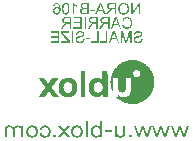
<source format=gbo>
G04*
G04 #@! TF.GenerationSoftware,Altium Limited,Altium Designer,21.6.4 (81)*
G04*
G04 Layer_Color=32896*
%FSLAX44Y44*%
%MOMM*%
G71*
G04*
G04 #@! TF.SameCoordinates,6D38FECB-4D46-452B-8F31-296BD34E144B*
G04*
G04*
G04 #@! TF.FilePolarity,Positive*
G04*
G01*
G75*
G36*
X117717Y279314D02*
X117963D01*
X118210Y279297D01*
X118457Y279279D01*
X118545D01*
X118651Y279262D01*
X118774D01*
X118880Y279244D01*
X118986D01*
X119074Y279226D01*
X119109Y279209D01*
Y279191D01*
X119127Y279156D01*
Y279103D01*
X119144Y278997D01*
Y278839D01*
X119162Y278733D01*
Y278627D01*
Y278486D01*
Y278327D01*
Y278310D01*
Y278292D01*
Y278239D01*
Y278169D01*
Y278081D01*
X119179Y277975D01*
Y277851D01*
Y277710D01*
Y277375D01*
X119197Y276970D01*
Y276494D01*
Y275965D01*
Y275948D01*
Y275895D01*
Y275824D01*
Y275701D01*
Y275560D01*
Y275401D01*
Y275207D01*
Y274978D01*
Y274731D01*
Y274485D01*
X119215Y274185D01*
Y273885D01*
Y273233D01*
X119232Y272528D01*
Y272510D01*
Y272440D01*
Y272334D01*
Y272193D01*
Y271999D01*
Y271787D01*
Y271541D01*
Y271259D01*
Y270959D01*
Y270642D01*
Y270289D01*
Y269937D01*
Y269161D01*
Y268350D01*
Y257580D01*
X115213D01*
Y258531D01*
Y258549D01*
Y258602D01*
Y258673D01*
Y258778D01*
Y259007D01*
X115196Y259219D01*
Y259237D01*
Y259272D01*
X115178Y259360D01*
X115161Y259466D01*
Y259483D01*
X115143Y259501D01*
X115108Y259483D01*
X115037Y259413D01*
X114984Y259360D01*
X114914Y259289D01*
X114896D01*
X114878Y259254D01*
X114755Y259166D01*
X114596Y259007D01*
X114403Y258831D01*
X114385Y258814D01*
X114350Y258796D01*
X114297Y258743D01*
X114226Y258673D01*
X114138Y258602D01*
X114032Y258514D01*
X113750Y258302D01*
X113415Y258091D01*
X113027Y257862D01*
X112587Y257650D01*
X112111Y257474D01*
X112093D01*
X112058Y257456D01*
X111970Y257439D01*
X111882Y257421D01*
X111758Y257386D01*
X111617Y257368D01*
X111441Y257333D01*
X111247Y257315D01*
X111053Y257280D01*
X110824Y257262D01*
X110330Y257245D01*
X109802Y257262D01*
X109220Y257315D01*
X109202D01*
X109132Y257333D01*
X109044Y257351D01*
X108903Y257368D01*
X108762Y257403D01*
X108568Y257439D01*
X108356Y257474D01*
X108145Y257544D01*
X107651Y257685D01*
X107140Y257879D01*
X106629Y258108D01*
X106153Y258408D01*
X106135Y258426D01*
X106100Y258443D01*
X106029Y258496D01*
X105941Y258567D01*
X105835Y258655D01*
X105712Y258778D01*
X105589Y258902D01*
X105430Y259060D01*
X105271Y259219D01*
X105113Y259413D01*
X104954Y259607D01*
X104778Y259836D01*
X104601Y260083D01*
X104443Y260347D01*
X104284Y260612D01*
X104126Y260911D01*
Y260929D01*
X104108Y260947D01*
X104090Y260999D01*
X104055Y261070D01*
X103985Y261264D01*
X103879Y261511D01*
X103773Y261810D01*
X103685Y262145D01*
X103579Y262498D01*
X103509Y262885D01*
Y262903D01*
X103491Y262938D01*
Y262991D01*
X103473Y263079D01*
X103456Y263168D01*
X103438Y263291D01*
X103420Y263432D01*
X103403Y263591D01*
X103368Y263943D01*
X103350Y264366D01*
X103315Y264842D01*
Y265353D01*
Y265371D01*
Y265441D01*
Y265547D01*
Y265706D01*
X103332Y265882D01*
Y266076D01*
X103350Y266305D01*
X103385Y266570D01*
X103403Y266834D01*
X103438Y267134D01*
X103526Y267733D01*
X103650Y268333D01*
X103826Y268932D01*
Y268949D01*
X103843Y269002D01*
X103879Y269090D01*
X103914Y269196D01*
X103967Y269320D01*
X104037Y269478D01*
X104108Y269655D01*
X104196Y269831D01*
X104408Y270254D01*
X104672Y270677D01*
X104972Y271118D01*
X105324Y271523D01*
X105342Y271541D01*
X105377Y271576D01*
X105430Y271611D01*
X105500Y271682D01*
X105589Y271770D01*
X105712Y271858D01*
X105976Y272087D01*
X106329Y272316D01*
X106699Y272563D01*
X107140Y272775D01*
X107598Y272969D01*
X107616D01*
X107651Y272986D01*
X107722Y273004D01*
X107827Y273039D01*
X107933Y273074D01*
X108092Y273109D01*
X108250Y273145D01*
X108444Y273180D01*
X108656Y273215D01*
X108885Y273251D01*
X109132Y273286D01*
X109396Y273303D01*
X109960Y273339D01*
X110718D01*
X110806Y273321D01*
X110912D01*
X111036Y273303D01*
X111318Y273268D01*
X111635Y273215D01*
X111970Y273145D01*
X112322Y273057D01*
X112640Y272951D01*
X112675Y272933D01*
X112781Y272898D01*
X112939Y272810D01*
X113133Y272704D01*
X113380Y272546D01*
X113645Y272369D01*
X113944Y272158D01*
X114244Y271893D01*
X114914Y271259D01*
Y279332D01*
X117487D01*
X117717Y279314D01*
D02*
G37*
G36*
X76397Y273057D02*
X76909D01*
X77032Y273039D01*
X77173D01*
X77296Y273021D01*
X77367D01*
X77402Y273004D01*
X77385Y272986D01*
X77367Y272933D01*
X77296Y272845D01*
X77208Y272704D01*
X77138Y272616D01*
X77067Y272493D01*
X76979Y272369D01*
X76873Y272211D01*
X76750Y272034D01*
X76609Y271840D01*
X76591Y271823D01*
X76574Y271787D01*
X76521Y271735D01*
X76468Y271646D01*
X76380Y271541D01*
X76292Y271400D01*
X76186Y271259D01*
X76062Y271100D01*
X75921Y270906D01*
X75780Y270695D01*
X75463Y270254D01*
X75093Y269743D01*
X74688Y269179D01*
X74670Y269161D01*
X74635Y269108D01*
X74582Y269020D01*
X74494Y268914D01*
X74388Y268773D01*
X74282Y268615D01*
X74141Y268438D01*
X74000Y268262D01*
X73700Y267839D01*
X73383Y267381D01*
X73048Y266922D01*
X72748Y266481D01*
X72731Y266464D01*
X72713Y266429D01*
X72678Y266376D01*
X72625Y266305D01*
X72502Y266129D01*
X72361Y265917D01*
X72220Y265706D01*
X72096Y265512D01*
X72043Y265424D01*
X72008Y265371D01*
X71973Y265318D01*
Y265301D01*
X71990Y265283D01*
X72026Y265230D01*
X72096Y265142D01*
X72202Y265001D01*
X72273Y264895D01*
X72361Y264789D01*
X72466Y264648D01*
X72572Y264507D01*
X72696Y264313D01*
X72854Y264119D01*
X72872Y264102D01*
X72889Y264067D01*
X72942Y263996D01*
X72995Y263908D01*
X73083Y263802D01*
X73172Y263679D01*
X73295Y263520D01*
X73418Y263344D01*
X73542Y263150D01*
X73700Y262938D01*
X74035Y262480D01*
X74405Y261951D01*
X74829Y261369D01*
X77702Y257580D01*
X75322Y257615D01*
X72942Y257650D01*
X71268Y259959D01*
Y259977D01*
X71233Y259995D01*
X71197Y260047D01*
X71144Y260118D01*
X71021Y260294D01*
X70845Y260523D01*
X70668Y260770D01*
X70457Y261052D01*
X70245Y261334D01*
X70051Y261599D01*
X70034Y261634D01*
X69963Y261705D01*
X69875Y261828D01*
X69787Y261951D01*
X69681Y262075D01*
X69576Y262198D01*
X69505Y262269D01*
X69470Y262304D01*
X69452D01*
X69434Y262286D01*
X69382Y262233D01*
X69329Y262163D01*
X69223Y262039D01*
X69099Y261881D01*
X68923Y261652D01*
X68906Y261616D01*
X68835Y261528D01*
X68712Y261387D01*
X68571Y261193D01*
X68394Y260947D01*
X68183Y260664D01*
X67936Y260347D01*
X67689Y259995D01*
X65944Y257650D01*
X63459Y257615D01*
X63282D01*
X63088Y257597D01*
X61431D01*
X61290Y257615D01*
X61167D01*
X61044Y257633D01*
X60956D01*
X60920Y257650D01*
X60938Y257668D01*
X60956Y257703D01*
X61026Y257791D01*
X61132Y257932D01*
X61202Y258020D01*
X61273Y258126D01*
X61379Y258267D01*
X61484Y258426D01*
X61625Y258602D01*
X61766Y258796D01*
X61784Y258813D01*
X61802Y258849D01*
X61855Y258919D01*
X61908Y259007D01*
X61996Y259113D01*
X62084Y259254D01*
X62207Y259395D01*
X62330Y259571D01*
X62472Y259765D01*
X62630Y259977D01*
X62965Y260453D01*
X63371Y260964D01*
X63794Y261546D01*
X63811Y261563D01*
X63847Y261616D01*
X63917Y261705D01*
X64005Y261828D01*
X64111Y261969D01*
X64234Y262145D01*
X64358Y262339D01*
X64516Y262533D01*
X64834Y262974D01*
X65169Y263450D01*
X65504Y263908D01*
X65803Y264349D01*
Y264366D01*
X65838Y264401D01*
X65874Y264454D01*
X65909Y264525D01*
X66032Y264701D01*
X66173Y264913D01*
X66297Y265124D01*
X66420Y265318D01*
X66455Y265389D01*
X66491Y265459D01*
X66508Y265512D01*
Y265530D01*
X66491Y265547D01*
X66455Y265583D01*
X66403Y265635D01*
X66332Y265723D01*
X66244Y265847D01*
X66121Y266006D01*
X65962Y266235D01*
X65944Y266270D01*
X65874Y266358D01*
X65785Y266499D01*
X65644Y266675D01*
X65486Y266905D01*
X65310Y267169D01*
X65098Y267451D01*
X64869Y267768D01*
Y267786D01*
X64834Y267804D01*
X64816Y267857D01*
X64763Y267909D01*
X64640Y268086D01*
X64464Y268332D01*
X64270Y268597D01*
X64040Y268932D01*
X63776Y269284D01*
X63494Y269672D01*
X63476Y269690D01*
X63459Y269725D01*
X63423Y269778D01*
X63371Y269848D01*
X63229Y270042D01*
X63036Y270289D01*
X62842Y270553D01*
X62630Y270853D01*
X62419Y271135D01*
X62225Y271400D01*
X62207Y271435D01*
X62137Y271505D01*
X62049Y271629D01*
X61943Y271770D01*
X61819Y271946D01*
X61678Y272122D01*
X61414Y272493D01*
X61396Y272510D01*
X61361Y272563D01*
X61308Y272651D01*
X61238Y272739D01*
X61185Y272827D01*
X61132Y272916D01*
X61097Y272969D01*
X61079Y273004D01*
X61097D01*
X61114Y273021D01*
X61167D01*
X61238Y273039D01*
X61361D01*
X61520Y273057D01*
X63036D01*
X63388Y273039D01*
X65680Y273004D01*
X67319Y270730D01*
Y270712D01*
X67354Y270695D01*
X67390Y270642D01*
X67425Y270571D01*
X67566Y270395D01*
X67725Y270166D01*
X67901Y269919D01*
X68112Y269637D01*
X68306Y269373D01*
X68518Y269108D01*
X68535Y269073D01*
X68606Y269002D01*
X68677Y268897D01*
X68782Y268773D01*
X68870Y268650D01*
X68959Y268544D01*
X69029Y268473D01*
X69064Y268438D01*
X69082D01*
X69099Y268456D01*
X69152Y268491D01*
X69223Y268579D01*
X69311Y268685D01*
X69452Y268844D01*
X69628Y269073D01*
X69646Y269108D01*
X69717Y269196D01*
X69822Y269355D01*
X69963Y269549D01*
X70140Y269795D01*
X70333Y270078D01*
X70563Y270377D01*
X70809Y270730D01*
X72484Y273074D01*
X76098D01*
X76397Y273057D01*
D02*
G37*
G36*
X100529Y268438D02*
Y257580D01*
X96369D01*
Y279332D01*
X100529D01*
Y268438D01*
D02*
G37*
G36*
X86939Y273286D02*
X87379Y273251D01*
X87802Y273215D01*
X87996Y273180D01*
X88173Y273145D01*
X88190D01*
X88261Y273127D01*
X88366Y273092D01*
X88507Y273057D01*
X88684Y272986D01*
X88895Y272916D01*
X89124Y272827D01*
X89371Y272739D01*
X89918Y272475D01*
X90217Y272334D01*
X90499Y272158D01*
X90799Y271964D01*
X91099Y271752D01*
X91381Y271523D01*
X91663Y271276D01*
X91680Y271259D01*
X91733Y271206D01*
X91804Y271135D01*
X91892Y271029D01*
X92015Y270889D01*
X92139Y270730D01*
X92280Y270536D01*
X92438Y270324D01*
X92597Y270095D01*
X92756Y269831D01*
X92914Y269549D01*
X93073Y269249D01*
X93214Y268932D01*
X93355Y268597D01*
X93461Y268244D01*
X93567Y267874D01*
Y267857D01*
Y267839D01*
X93584Y267786D01*
X93602Y267698D01*
X93619Y267610D01*
Y267486D01*
X93637Y267363D01*
X93655Y267204D01*
X93672Y267028D01*
X93690Y266834D01*
X93708Y266623D01*
X93725Y266411D01*
X93743Y265900D01*
X93760Y265318D01*
Y265301D01*
Y265248D01*
Y265159D01*
Y265054D01*
Y264913D01*
X93743Y264754D01*
Y264401D01*
X93708Y263996D01*
X93672Y263573D01*
X93637Y263150D01*
X93567Y262780D01*
Y262762D01*
X93549Y262692D01*
X93514Y262586D01*
X93478Y262445D01*
X93408Y262269D01*
X93337Y262057D01*
X93249Y261828D01*
X93161Y261581D01*
X92897Y261052D01*
X92756Y260770D01*
X92579Y260488D01*
X92403Y260189D01*
X92192Y259907D01*
X91962Y259642D01*
X91716Y259378D01*
X91698Y259360D01*
X91645Y259325D01*
X91575Y259254D01*
X91469Y259166D01*
X91328Y259043D01*
X91169Y258919D01*
X90975Y258778D01*
X90764Y258637D01*
X90517Y258479D01*
X90253Y258320D01*
X89971Y258161D01*
X89671Y258003D01*
X89336Y257862D01*
X88983Y257721D01*
X88613Y257597D01*
X88225Y257491D01*
X88208D01*
X88190Y257474D01*
X88120D01*
X88049Y257456D01*
X87961Y257439D01*
X87855Y257421D01*
X87714Y257386D01*
X87556Y257368D01*
X87397Y257351D01*
X87203Y257315D01*
X86780Y257280D01*
X86286Y257262D01*
X85722Y257245D01*
X85335D01*
X85176Y257262D01*
X84823Y257280D01*
X84418Y257298D01*
X84012Y257350D01*
X83607Y257403D01*
X83237Y257491D01*
X83219D01*
X83149Y257509D01*
X83043Y257544D01*
X82902Y257580D01*
X82726Y257650D01*
X82532Y257703D01*
X82320Y257791D01*
X82073Y257879D01*
X81562Y258126D01*
X81016Y258408D01*
X80469Y258761D01*
X80223Y258955D01*
X79976Y259166D01*
X79958Y259184D01*
X79923Y259219D01*
X79852Y259289D01*
X79764Y259378D01*
X79658Y259501D01*
X79535Y259642D01*
X79412Y259818D01*
X79253Y260012D01*
X79094Y260224D01*
X78936Y260453D01*
X78777Y260717D01*
X78618Y260999D01*
X78460Y261299D01*
X78319Y261616D01*
X78160Y261951D01*
X78037Y262304D01*
X78019Y262321D01*
X78001Y262374D01*
X77966Y262480D01*
X77931Y262603D01*
X77896Y262745D01*
X77860Y262921D01*
X77825Y263097D01*
X77808Y263309D01*
Y263344D01*
Y263414D01*
X77790Y263573D01*
Y263767D01*
Y264049D01*
X77772Y264384D01*
Y264578D01*
Y264789D01*
Y265018D01*
Y265265D01*
Y265283D01*
Y265336D01*
Y265406D01*
Y265494D01*
Y265618D01*
Y265741D01*
Y266041D01*
X77790Y266376D01*
Y266693D01*
X77808Y267010D01*
Y267134D01*
X77825Y267257D01*
Y267292D01*
X77843Y267363D01*
Y267469D01*
X77878Y267627D01*
X77913Y267804D01*
X77949Y268015D01*
X78072Y268473D01*
Y268491D01*
X78090Y268544D01*
X78125Y268632D01*
X78178Y268755D01*
X78231Y268897D01*
X78301Y269073D01*
X78372Y269249D01*
X78477Y269461D01*
X78707Y269901D01*
X79006Y270377D01*
X79359Y270836D01*
X79782Y271294D01*
X79799Y271311D01*
X79835Y271347D01*
X79905Y271400D01*
X79993Y271488D01*
X80117Y271576D01*
X80258Y271682D01*
X80416Y271805D01*
X80610Y271946D01*
X80822Y272087D01*
X81051Y272228D01*
X81298Y272369D01*
X81562Y272510D01*
X81862Y272651D01*
X82162Y272792D01*
X82831Y273039D01*
X82867Y273057D01*
X82902D01*
X82972Y273074D01*
X83043Y273092D01*
X83149Y273109D01*
X83272Y273127D01*
X83413Y273162D01*
X83572Y273180D01*
X83766Y273198D01*
X83977Y273233D01*
X84206Y273251D01*
X84471Y273268D01*
X84753Y273286D01*
X85070Y273303D01*
X86480D01*
X86939Y273286D01*
D02*
G37*
G36*
X142201Y288516D02*
X142219D01*
X142307Y288498D01*
X142413Y288481D01*
X142571Y288463D01*
X142765Y288428D01*
X142994Y288393D01*
X143259Y288340D01*
X143541Y288287D01*
X143858Y288216D01*
X144176Y288146D01*
X144881Y287987D01*
X145603Y287776D01*
X146344Y287547D01*
X146361D01*
X146432Y287511D01*
X146538Y287476D01*
X146679Y287423D01*
X146855Y287353D01*
X147049Y287282D01*
X147278Y287194D01*
X147542Y287088D01*
X147807Y286965D01*
X148106Y286841D01*
X148723Y286542D01*
X149393Y286207D01*
X150045Y285837D01*
X150063Y285819D01*
X150116Y285784D01*
X150222Y285731D01*
X150345Y285660D01*
X150486Y285555D01*
X150662Y285431D01*
X150874Y285290D01*
X151086Y285149D01*
X151579Y284779D01*
X152108Y284374D01*
X152672Y283898D01*
X153218Y283386D01*
X153236Y283369D01*
X153289Y283316D01*
X153359Y283245D01*
X153465Y283140D01*
X153606Y282999D01*
X153747Y282840D01*
X153924Y282664D01*
X154100Y282452D01*
X154311Y282223D01*
X154523Y281976D01*
X154981Y281447D01*
X155440Y280848D01*
X155898Y280214D01*
X155915Y280196D01*
X155951Y280125D01*
X156021Y280020D01*
X156109Y279879D01*
X156215Y279685D01*
X156339Y279473D01*
X156480Y279226D01*
X156638Y278944D01*
X156797Y278645D01*
X156973Y278310D01*
X157149Y277957D01*
X157326Y277605D01*
X157661Y276811D01*
X157978Y275983D01*
Y275965D01*
X158013Y275877D01*
X158048Y275754D01*
X158101Y275595D01*
X158154Y275383D01*
X158225Y275137D01*
X158295Y274855D01*
X158366Y274555D01*
X158454Y274202D01*
X158524Y273850D01*
X158595Y273462D01*
X158683Y273057D01*
X158806Y272211D01*
X158895Y271329D01*
Y271294D01*
Y271223D01*
X158912Y271100D01*
Y270924D01*
Y270712D01*
Y270448D01*
X158930Y270166D01*
X158912Y269848D01*
Y269496D01*
X158895Y269126D01*
X158877Y268738D01*
X158842Y268333D01*
X158753Y267486D01*
X158612Y266605D01*
Y266570D01*
X158595Y266499D01*
X158560Y266376D01*
X158524Y266199D01*
X158489Y265988D01*
X158419Y265741D01*
X158348Y265459D01*
X158278Y265142D01*
X158172Y264807D01*
X158066Y264454D01*
X157819Y263696D01*
X157502Y262885D01*
X157149Y262075D01*
X157132Y262057D01*
X157097Y261987D01*
X157044Y261881D01*
X156973Y261722D01*
X156885Y261546D01*
X156779Y261334D01*
X156638Y261105D01*
X156497Y260841D01*
X156339Y260559D01*
X156162Y260259D01*
X155757Y259624D01*
X155299Y258972D01*
X154805Y258320D01*
X154787Y258302D01*
X154734Y258249D01*
X154664Y258161D01*
X154558Y258038D01*
X154435Y257879D01*
X154276Y257703D01*
X154100Y257509D01*
X153906Y257298D01*
X153677Y257068D01*
X153448Y256822D01*
X152919Y256310D01*
X152337Y255782D01*
X151720Y255270D01*
X151702Y255253D01*
X151650Y255217D01*
X151544Y255147D01*
X151420Y255041D01*
X151262Y254935D01*
X151068Y254795D01*
X150856Y254653D01*
X150610Y254495D01*
X150345Y254319D01*
X150063Y254142D01*
X149746Y253948D01*
X149429Y253772D01*
X148741Y253402D01*
X148001Y253049D01*
X147983Y253032D01*
X147913Y253014D01*
X147807Y252961D01*
X147648Y252908D01*
X147472Y252820D01*
X147260Y252732D01*
X146996Y252644D01*
X146732Y252538D01*
X146414Y252432D01*
X146097Y252309D01*
X145744Y252203D01*
X145374Y252080D01*
X144599Y251868D01*
X143770Y251674D01*
X143752D01*
X143717Y251657D01*
X143629D01*
X143541Y251639D01*
X143400Y251621D01*
X143241Y251586D01*
X143065Y251569D01*
X142853Y251551D01*
X142624Y251516D01*
X142360Y251498D01*
X142060Y251481D01*
X141761Y251445D01*
X141408Y251428D01*
X141055D01*
X140668Y251410D01*
X139698D01*
X139487Y251428D01*
X139240D01*
X138993Y251445D01*
X138429Y251481D01*
X137865Y251516D01*
X137318Y251586D01*
X137054Y251621D01*
X136825Y251674D01*
X136790D01*
X136701Y251710D01*
X136560Y251745D01*
X136367Y251780D01*
X136120Y251851D01*
X135838Y251921D01*
X135520Y252027D01*
X135168Y252133D01*
X134798Y252239D01*
X134392Y252379D01*
X133969Y252521D01*
X133528Y252679D01*
X132647Y253049D01*
X131748Y253472D01*
X131713Y253490D01*
X131642Y253525D01*
X131519Y253596D01*
X131343Y253684D01*
X131149Y253807D01*
X130902Y253948D01*
X130620Y254107D01*
X130320Y254301D01*
X130003Y254495D01*
X129668Y254724D01*
X129315Y254971D01*
X128945Y255235D01*
X128205Y255817D01*
X127482Y256451D01*
X126372Y257580D01*
X128223D01*
Y258320D01*
Y258338D01*
Y258373D01*
Y258443D01*
Y258514D01*
Y258690D01*
X128240Y258866D01*
Y258884D01*
Y258902D01*
X128258Y258990D01*
X128275Y259060D01*
Y259078D01*
X128293Y259096D01*
X128311D01*
X128346Y259078D01*
X128434Y259025D01*
X128557Y258919D01*
X128593Y258884D01*
X128681Y258814D01*
X128804Y258690D01*
X128963Y258531D01*
X128981D01*
X128998Y258496D01*
X129051Y258461D01*
X129122Y258408D01*
X129298Y258267D01*
X129545Y258108D01*
X129844Y257915D01*
X130179Y257738D01*
X130549Y257562D01*
X130937Y257421D01*
X130955D01*
X130990Y257403D01*
X131043Y257386D01*
X131131Y257368D01*
X131237Y257351D01*
X131360Y257315D01*
X131501Y257298D01*
X131660Y257262D01*
X132030Y257227D01*
X132453Y257192D01*
X132947D01*
X133476Y257209D01*
X133564D01*
X133669Y257227D01*
X133793Y257245D01*
X133969Y257262D01*
X134145Y257298D01*
X134375Y257333D01*
X134604Y257386D01*
X135115Y257509D01*
X135661Y257685D01*
X136208Y257932D01*
X136472Y258091D01*
X136719Y258249D01*
X136737Y258267D01*
X136772Y258302D01*
X136842Y258355D01*
X136931Y258426D01*
X137036Y258514D01*
X137160Y258637D01*
X137301Y258778D01*
X137442Y258919D01*
X137600Y259096D01*
X137759Y259289D01*
X137900Y259501D01*
X138059Y259730D01*
X138341Y260241D01*
X138464Y260506D01*
X138570Y260805D01*
Y260823D01*
X138588Y260894D01*
X138623Y260999D01*
X138640Y261176D01*
X138676Y261387D01*
X138711Y261669D01*
X138746Y262004D01*
X138764Y262392D01*
Y262410D01*
Y262445D01*
Y262533D01*
Y262639D01*
X138781Y262780D01*
Y262956D01*
Y263185D01*
X138799Y263450D01*
Y263749D01*
X138817Y264102D01*
Y264507D01*
X138834Y264966D01*
Y265459D01*
X138852Y266023D01*
Y266640D01*
X138870Y267310D01*
X138905Y273074D01*
X134586Y273004D01*
Y268438D01*
Y268421D01*
Y268403D01*
Y268350D01*
Y268280D01*
Y268103D01*
Y267874D01*
Y267592D01*
Y267257D01*
Y266905D01*
X134568Y266534D01*
Y265741D01*
X134551Y265336D01*
Y264966D01*
X134533Y264595D01*
Y264261D01*
X134516Y263961D01*
X134498Y263696D01*
Y263679D01*
Y263643D01*
X134480Y263573D01*
Y263503D01*
X134445Y263291D01*
X134410Y263027D01*
X134339Y262762D01*
X134269Y262480D01*
X134163Y262233D01*
X134110Y262127D01*
X134057Y262039D01*
X134040Y262022D01*
X133987Y261951D01*
X133899Y261845D01*
X133811Y261740D01*
X133687Y261599D01*
X133546Y261475D01*
X133405Y261370D01*
X133246Y261281D01*
X133229D01*
X133176Y261246D01*
X133070Y261229D01*
X132929Y261193D01*
X132753Y261140D01*
X132524Y261105D01*
X132259Y261070D01*
X131942Y261035D01*
X131607D01*
X131484Y261052D01*
X131202Y261070D01*
X130867Y261105D01*
X130514Y261176D01*
X130179Y261264D01*
X129880Y261387D01*
X129862D01*
X129844Y261405D01*
X129756Y261458D01*
X129615Y261563D01*
X129439Y261705D01*
X129245Y261898D01*
X129051Y262145D01*
X128857Y262427D01*
X128681Y262780D01*
Y262797D01*
X128663Y262850D01*
X128628Y262938D01*
X128593Y263079D01*
X128557Y263256D01*
X128522Y263467D01*
X128487Y263732D01*
X128469Y264031D01*
Y264049D01*
Y264084D01*
Y264137D01*
X128452Y264225D01*
Y264349D01*
Y264490D01*
Y264666D01*
X128434Y264895D01*
Y265142D01*
X128416Y265441D01*
Y265794D01*
Y266182D01*
X128399Y266605D01*
Y267081D01*
X128381Y267627D01*
Y268209D01*
X128346Y273074D01*
X124062D01*
Y266940D01*
Y260841D01*
X123586Y261775D01*
Y261793D01*
X123569Y261828D01*
X123534Y261881D01*
X123498Y261951D01*
X123445Y262039D01*
X123392Y262163D01*
X123340Y262286D01*
X123269Y262445D01*
X123111Y262797D01*
X122952Y263203D01*
X122776Y263679D01*
X122599Y264190D01*
Y264208D01*
X122582Y264261D01*
X122546Y264331D01*
X122529Y264437D01*
X122476Y264560D01*
X122441Y264719D01*
X122388Y264877D01*
X122335Y265071D01*
X122229Y265477D01*
X122123Y265917D01*
X122018Y266376D01*
X121947Y266834D01*
Y266852D01*
X121929Y266887D01*
Y266957D01*
X121912Y267063D01*
X121894Y267187D01*
X121877Y267328D01*
X121859Y267504D01*
X121824Y267698D01*
X121806Y267909D01*
X121788Y268156D01*
X121771Y268403D01*
X121753Y268685D01*
X121735Y268985D01*
Y269284D01*
X121718Y269954D01*
Y269972D01*
Y270042D01*
Y270131D01*
Y270271D01*
Y270430D01*
X121735Y270606D01*
Y270818D01*
X121753Y271047D01*
X121771Y271541D01*
X121806Y272052D01*
X121877Y272581D01*
X121947Y273074D01*
Y273109D01*
X121965Y273198D01*
X122000Y273356D01*
X122035Y273568D01*
X122088Y273815D01*
X122159Y274114D01*
X122247Y274449D01*
X122335Y274819D01*
X122458Y275225D01*
X122582Y275648D01*
X122723Y276089D01*
X122881Y276547D01*
X123058Y277023D01*
X123251Y277481D01*
X123463Y277957D01*
X123692Y278433D01*
X123710Y278468D01*
X123745Y278539D01*
X123833Y278680D01*
X123921Y278856D01*
X124045Y279068D01*
X124203Y279332D01*
X124380Y279614D01*
X124591Y279931D01*
X124803Y280266D01*
X125049Y280619D01*
X125332Y280989D01*
X125614Y281377D01*
X125913Y281765D01*
X126231Y282153D01*
X126936Y282910D01*
X126953Y282928D01*
X127024Y282999D01*
X127130Y283104D01*
X127271Y283245D01*
X127465Y283422D01*
X127676Y283616D01*
X127923Y283845D01*
X128205Y284074D01*
X128522Y284338D01*
X128857Y284603D01*
X129227Y284885D01*
X129598Y285167D01*
X130021Y285449D01*
X130444Y285731D01*
X131343Y286277D01*
X131378Y286295D01*
X131448Y286330D01*
X131589Y286401D01*
X131783Y286507D01*
X132012Y286612D01*
X132295Y286753D01*
X132612Y286894D01*
X132964Y287035D01*
X133352Y287194D01*
X133775Y287370D01*
X134216Y287529D01*
X134692Y287688D01*
X135185Y287846D01*
X135679Y287987D01*
X136208Y288128D01*
X136737Y288252D01*
X136772D01*
X136825Y288269D01*
X136895D01*
X136983Y288287D01*
X137107Y288305D01*
X137230Y288322D01*
X137389Y288340D01*
X137583Y288357D01*
X137777Y288375D01*
X138006Y288393D01*
X138253Y288410D01*
X138535Y288428D01*
X138834Y288445D01*
X139169Y288463D01*
X139522Y288481D01*
X139610D01*
X139698Y288498D01*
X139998D01*
X140174Y288516D01*
X140368D01*
X140579Y288534D01*
X142043D01*
X142201Y288516D01*
D02*
G37*
G36*
X90877Y336797D02*
X90947Y336677D01*
X91109Y336445D01*
X91285Y336227D01*
X91376Y336121D01*
X91461Y336023D01*
X91545Y335938D01*
X91622Y335854D01*
X91693Y335783D01*
X91756Y335720D01*
X91805Y335671D01*
X91841Y335636D01*
X91869Y335615D01*
X91876Y335607D01*
X92164Y335368D01*
X92467Y335150D01*
X92762Y334953D01*
X92903Y334869D01*
X93037Y334784D01*
X93156Y334714D01*
X93269Y334651D01*
X93374Y334594D01*
X93459Y334552D01*
X93529Y334517D01*
X93586Y334489D01*
X93614Y334475D01*
X93628Y334468D01*
Y333314D01*
X93417Y333398D01*
X93198Y333497D01*
X92987Y333595D01*
X92790Y333694D01*
X92706Y333743D01*
X92622Y333785D01*
X92551Y333828D01*
X92495Y333863D01*
X92446Y333884D01*
X92403Y333905D01*
X92382Y333919D01*
X92375Y333926D01*
X92122Y334081D01*
X92009Y334158D01*
X91897Y334229D01*
X91798Y334306D01*
X91707Y334369D01*
X91622Y334440D01*
X91538Y334496D01*
X91475Y334552D01*
X91411Y334601D01*
X91355Y334651D01*
X91313Y334686D01*
X91278Y334714D01*
X91257Y334735D01*
X91243Y334749D01*
X91236Y334756D01*
Y327144D01*
X90039D01*
Y336916D01*
X90813D01*
X90877Y336797D01*
D02*
G37*
G36*
X76256Y336902D02*
X76524Y336867D01*
X76770Y336811D01*
X77009Y336740D01*
X77227Y336656D01*
X77424Y336564D01*
X77607Y336459D01*
X77776Y336360D01*
X77924Y336255D01*
X78057Y336149D01*
X78163Y336058D01*
X78254Y335973D01*
X78332Y335903D01*
X78381Y335847D01*
X78409Y335812D01*
X78423Y335798D01*
X78515Y335671D01*
X78606Y335537D01*
X78691Y335404D01*
X78768Y335256D01*
X78909Y334946D01*
X79028Y334616D01*
X79127Y334278D01*
X79211Y333940D01*
X79282Y333595D01*
X79331Y333265D01*
X79380Y332948D01*
X79408Y332659D01*
X79422Y332519D01*
X79429Y332392D01*
X79443Y332266D01*
X79451Y332160D01*
Y332054D01*
X79458Y331963D01*
Y331886D01*
X79465Y331822D01*
Y331766D01*
Y331731D01*
Y331703D01*
Y331696D01*
Y331463D01*
X79451Y331238D01*
X79443Y331027D01*
X79422Y330816D01*
X79401Y330619D01*
X79380Y330429D01*
X79352Y330246D01*
X79317Y330070D01*
X79282Y329902D01*
X79247Y329740D01*
X79204Y329592D01*
X79169Y329444D01*
X79127Y329310D01*
X79078Y329177D01*
X79036Y329057D01*
X78993Y328945D01*
X78951Y328839D01*
X78902Y328733D01*
X78860Y328642D01*
X78817Y328558D01*
X78782Y328480D01*
X78740Y328410D01*
X78670Y328290D01*
X78606Y328199D01*
X78564Y328129D01*
X78529Y328093D01*
X78522Y328079D01*
X78339Y327889D01*
X78149Y327720D01*
X77945Y327573D01*
X77741Y327446D01*
X77537Y327340D01*
X77340Y327249D01*
X77143Y327179D01*
X76953Y327122D01*
X76770Y327073D01*
X76608Y327038D01*
X76460Y327017D01*
X76334Y326996D01*
X76228Y326989D01*
X76186D01*
X76151Y326982D01*
X76087D01*
X75926Y326989D01*
X75764Y327003D01*
X75616Y327017D01*
X75468Y327045D01*
X75335Y327080D01*
X75201Y327115D01*
X75081Y327150D01*
X74976Y327193D01*
X74870Y327228D01*
X74786Y327263D01*
X74708Y327298D01*
X74638Y327333D01*
X74589Y327361D01*
X74547Y327376D01*
X74525Y327390D01*
X74518Y327397D01*
X74392Y327481D01*
X74272Y327566D01*
X74160Y327664D01*
X74061Y327763D01*
X73963Y327861D01*
X73871Y327960D01*
X73794Y328058D01*
X73716Y328157D01*
X73653Y328248D01*
X73597Y328326D01*
X73548Y328403D01*
X73505Y328473D01*
X73477Y328522D01*
X73456Y328565D01*
X73442Y328593D01*
X73435Y328600D01*
X73365Y328748D01*
X73301Y328902D01*
X73252Y329050D01*
X73203Y329198D01*
X73161Y329346D01*
X73132Y329486D01*
X73104Y329620D01*
X73083Y329747D01*
X73069Y329866D01*
X73055Y329972D01*
X73048Y330063D01*
X73041Y330148D01*
X73034Y330211D01*
Y330260D01*
Y330295D01*
Y330303D01*
X73041Y330556D01*
X73069Y330802D01*
X73111Y331027D01*
X73168Y331245D01*
X73231Y331449D01*
X73301Y331632D01*
X73379Y331808D01*
X73456Y331963D01*
X73534Y332104D01*
X73611Y332223D01*
X73681Y332329D01*
X73745Y332413D01*
X73801Y332484D01*
X73843Y332533D01*
X73871Y332568D01*
X73878Y332575D01*
X74040Y332730D01*
X74209Y332871D01*
X74378Y332983D01*
X74547Y333089D01*
X74722Y333173D01*
X74891Y333243D01*
X75053Y333307D01*
X75208Y333349D01*
X75356Y333384D01*
X75489Y333412D01*
X75609Y333433D01*
X75715Y333447D01*
X75792Y333455D01*
X75855Y333462D01*
X76038D01*
X76165Y333447D01*
X76411Y333412D01*
X76629Y333356D01*
X76735Y333328D01*
X76826Y333300D01*
X76918Y333272D01*
X76995Y333243D01*
X77058Y333215D01*
X77122Y333187D01*
X77164Y333166D01*
X77199Y333152D01*
X77220Y333145D01*
X77227Y333138D01*
X77340Y333075D01*
X77452Y333004D01*
X77649Y332850D01*
X77832Y332688D01*
X77910Y332610D01*
X77980Y332533D01*
X78050Y332455D01*
X78107Y332385D01*
X78156Y332322D01*
X78198Y332266D01*
X78233Y332223D01*
X78254Y332188D01*
X78269Y332167D01*
X78276Y332160D01*
X78269Y332427D01*
X78261Y332681D01*
X78240Y332913D01*
X78219Y333131D01*
X78198Y333328D01*
X78170Y333518D01*
X78135Y333687D01*
X78107Y333834D01*
X78079Y333968D01*
X78050Y334088D01*
X78022Y334186D01*
X77994Y334264D01*
X77973Y334327D01*
X77959Y334376D01*
X77945Y334404D01*
Y334411D01*
X77882Y334552D01*
X77811Y334686D01*
X77741Y334813D01*
X77663Y334932D01*
X77593Y335038D01*
X77516Y335136D01*
X77445Y335228D01*
X77375Y335305D01*
X77305Y335375D01*
X77248Y335439D01*
X77192Y335488D01*
X77143Y335530D01*
X77108Y335565D01*
X77073Y335586D01*
X77058Y335601D01*
X77051Y335607D01*
X76967Y335664D01*
X76883Y335713D01*
X76714Y335798D01*
X76545Y335854D01*
X76390Y335889D01*
X76313Y335903D01*
X76249Y335917D01*
X76193Y335924D01*
X76144D01*
X76101Y335931D01*
X76045D01*
X75919Y335924D01*
X75792Y335910D01*
X75672Y335882D01*
X75560Y335854D01*
X75454Y335812D01*
X75363Y335769D01*
X75271Y335720D01*
X75187Y335678D01*
X75110Y335629D01*
X75046Y335579D01*
X74990Y335537D01*
X74941Y335495D01*
X74905Y335467D01*
X74877Y335439D01*
X74863Y335425D01*
X74856Y335418D01*
X74800Y335354D01*
X74751Y335284D01*
X74659Y335122D01*
X74582Y334953D01*
X74518Y334791D01*
X74462Y334637D01*
X74448Y334573D01*
X74427Y334510D01*
X74413Y334468D01*
X74406Y334426D01*
X74399Y334404D01*
Y334397D01*
X73210Y334489D01*
X73245Y334693D01*
X73287Y334890D01*
X73344Y335073D01*
X73414Y335242D01*
X73477Y335404D01*
X73555Y335551D01*
X73632Y335685D01*
X73709Y335804D01*
X73787Y335910D01*
X73857Y336002D01*
X73920Y336086D01*
X73977Y336149D01*
X74026Y336199D01*
X74061Y336241D01*
X74089Y336262D01*
X74096Y336269D01*
X74237Y336381D01*
X74385Y336480D01*
X74540Y336571D01*
X74701Y336642D01*
X74856Y336705D01*
X75011Y336761D01*
X75166Y336804D01*
X75307Y336839D01*
X75447Y336860D01*
X75574Y336881D01*
X75686Y336895D01*
X75785Y336909D01*
X75862D01*
X75926Y336916D01*
X75975D01*
X76256Y336902D01*
D02*
G37*
G36*
X108283Y330063D02*
X104597D01*
Y331266D01*
X108283D01*
Y330063D01*
D02*
G37*
G36*
X146966Y327144D02*
X145728D01*
Y334784D01*
X140627Y327144D01*
X139297D01*
Y336881D01*
X140535D01*
Y329233D01*
X145643Y336881D01*
X146966D01*
Y327144D01*
D02*
G37*
G36*
X126527D02*
X125240D01*
Y331470D01*
X123572D01*
X123424Y331463D01*
X123298Y331456D01*
X123199Y331449D01*
X123129Y331435D01*
X123073Y331428D01*
X123037Y331421D01*
X123030D01*
X122918Y331386D01*
X122812Y331351D01*
X122714Y331302D01*
X122629Y331259D01*
X122552Y331224D01*
X122496Y331189D01*
X122460Y331168D01*
X122446Y331161D01*
X122334Y331083D01*
X122221Y330985D01*
X122116Y330872D01*
X122010Y330767D01*
X121926Y330668D01*
X121855Y330584D01*
X121827Y330549D01*
X121806Y330528D01*
X121799Y330514D01*
X121792Y330507D01*
X121722Y330415D01*
X121644Y330317D01*
X121489Y330106D01*
X121335Y329880D01*
X121187Y329662D01*
X121124Y329564D01*
X121060Y329472D01*
X121004Y329388D01*
X120955Y329310D01*
X120920Y329254D01*
X120891Y329205D01*
X120870Y329177D01*
X120863Y329170D01*
X119576Y327144D01*
X117964D01*
X119646Y329789D01*
X119836Y330070D01*
X119935Y330197D01*
X120026Y330324D01*
X120118Y330436D01*
X120209Y330542D01*
X120293Y330640D01*
X120371Y330732D01*
X120441Y330816D01*
X120512Y330886D01*
X120568Y330943D01*
X120617Y330999D01*
X120659Y331034D01*
X120687Y331069D01*
X120709Y331083D01*
X120716Y331091D01*
X120828Y331182D01*
X120948Y331266D01*
X121074Y331351D01*
X121201Y331421D01*
X121314Y331485D01*
X121363Y331513D01*
X121405Y331534D01*
X121440Y331555D01*
X121468Y331562D01*
X121482Y331576D01*
X121489D01*
X121236Y331618D01*
X120997Y331668D01*
X120779Y331731D01*
X120575Y331794D01*
X120392Y331871D01*
X120216Y331942D01*
X120068Y332019D01*
X119928Y332097D01*
X119808Y332174D01*
X119709Y332244D01*
X119618Y332308D01*
X119548Y332364D01*
X119491Y332413D01*
X119449Y332449D01*
X119428Y332470D01*
X119421Y332477D01*
X119301Y332610D01*
X119196Y332758D01*
X119104Y332899D01*
X119027Y333046D01*
X118964Y333194D01*
X118907Y333342D01*
X118865Y333483D01*
X118830Y333616D01*
X118802Y333743D01*
X118781Y333856D01*
X118767Y333961D01*
X118752Y334046D01*
Y334123D01*
X118745Y334179D01*
Y334207D01*
Y334221D01*
X118752Y334369D01*
X118760Y334517D01*
X118781Y334658D01*
X118809Y334791D01*
X118837Y334918D01*
X118872Y335038D01*
X118914Y335150D01*
X118949Y335256D01*
X118985Y335347D01*
X119027Y335432D01*
X119062Y335509D01*
X119090Y335572D01*
X119118Y335622D01*
X119132Y335657D01*
X119146Y335678D01*
X119154Y335685D01*
X119231Y335804D01*
X119315Y335917D01*
X119407Y336016D01*
X119491Y336114D01*
X119583Y336199D01*
X119674Y336276D01*
X119766Y336339D01*
X119850Y336403D01*
X119928Y336452D01*
X120005Y336494D01*
X120068Y336536D01*
X120125Y336564D01*
X120174Y336586D01*
X120209Y336600D01*
X120230Y336614D01*
X120237D01*
X120371Y336663D01*
X120519Y336705D01*
X120673Y336740D01*
X120828Y336768D01*
X121159Y336818D01*
X121321Y336832D01*
X121475Y336846D01*
X121630Y336860D01*
X121764Y336867D01*
X121890Y336874D01*
X122003D01*
X122087Y336881D01*
X126527D01*
Y327144D01*
D02*
G37*
G36*
X117782D02*
X116424D01*
X115361Y330092D01*
X111273D01*
X110148Y327144D01*
X108684D01*
X112667Y336881D01*
X114046D01*
X117782Y327144D01*
D02*
G37*
G36*
X103175D02*
X99299D01*
X99130Y327150D01*
X98975Y327158D01*
X98827Y327172D01*
X98694Y327179D01*
X98560Y327193D01*
X98440Y327207D01*
X98335Y327228D01*
X98236Y327242D01*
X98152Y327256D01*
X98074Y327270D01*
X98011Y327277D01*
X97962Y327291D01*
X97927Y327298D01*
X97906Y327305D01*
X97898D01*
X97666Y327376D01*
X97462Y327446D01*
X97279Y327530D01*
X97202Y327566D01*
X97125Y327608D01*
X97061Y327643D01*
X97005Y327678D01*
X96956Y327706D01*
X96913Y327734D01*
X96878Y327756D01*
X96857Y327770D01*
X96843Y327784D01*
X96836D01*
X96681Y327910D01*
X96548Y328058D01*
X96428Y328206D01*
X96322Y328354D01*
X96238Y328480D01*
X96203Y328537D01*
X96175Y328586D01*
X96154Y328628D01*
X96139Y328656D01*
X96125Y328677D01*
Y328684D01*
X96027Y328909D01*
X95957Y329135D01*
X95900Y329353D01*
X95865Y329550D01*
X95851Y329634D01*
X95844Y329719D01*
X95837Y329789D01*
Y329845D01*
X95830Y329894D01*
Y329937D01*
Y329958D01*
Y329965D01*
X95837Y330120D01*
X95851Y330267D01*
X95872Y330415D01*
X95907Y330549D01*
X95942Y330682D01*
X95978Y330802D01*
X96027Y330915D01*
X96069Y331020D01*
X96111Y331112D01*
X96154Y331196D01*
X96196Y331266D01*
X96231Y331323D01*
X96266Y331372D01*
X96287Y331407D01*
X96301Y331428D01*
X96308Y331435D01*
X96400Y331548D01*
X96498Y331653D01*
X96611Y331752D01*
X96716Y331836D01*
X96829Y331921D01*
X96942Y331991D01*
X97054Y332054D01*
X97167Y332111D01*
X97265Y332167D01*
X97364Y332209D01*
X97448Y332244D01*
X97519Y332273D01*
X97582Y332294D01*
X97624Y332308D01*
X97659Y332322D01*
X97666D01*
X97540Y332385D01*
X97427Y332455D01*
X97322Y332526D01*
X97216Y332603D01*
X97125Y332681D01*
X97040Y332751D01*
X96970Y332821D01*
X96899Y332892D01*
X96843Y332955D01*
X96787Y333018D01*
X96745Y333068D01*
X96709Y333117D01*
X96681Y333159D01*
X96660Y333187D01*
X96653Y333201D01*
X96646Y333208D01*
X96583Y333314D01*
X96533Y333419D01*
X96484Y333518D01*
X96449Y333623D01*
X96386Y333820D01*
X96343Y334003D01*
X96329Y334081D01*
X96322Y334158D01*
X96308Y334221D01*
Y334278D01*
X96301Y334320D01*
Y334355D01*
Y334376D01*
Y334383D01*
X96308Y334510D01*
X96315Y334630D01*
X96365Y334869D01*
X96421Y335087D01*
X96456Y335185D01*
X96491Y335284D01*
X96533Y335368D01*
X96569Y335439D01*
X96597Y335509D01*
X96625Y335565D01*
X96653Y335607D01*
X96674Y335643D01*
X96681Y335664D01*
X96688Y335671D01*
X96766Y335783D01*
X96843Y335889D01*
X96927Y335980D01*
X97012Y336072D01*
X97103Y336156D01*
X97188Y336227D01*
X97272Y336297D01*
X97357Y336353D01*
X97434Y336410D01*
X97512Y336452D01*
X97575Y336494D01*
X97631Y336522D01*
X97680Y336550D01*
X97716Y336564D01*
X97737Y336578D01*
X97744D01*
X97870Y336635D01*
X98011Y336677D01*
X98307Y336754D01*
X98602Y336811D01*
X98750Y336825D01*
X98890Y336846D01*
X99017Y336853D01*
X99144Y336867D01*
X99249Y336874D01*
X99348D01*
X99425Y336881D01*
X103175D01*
Y327144D01*
D02*
G37*
G36*
X133056Y337043D02*
X133239Y337036D01*
X133422Y337015D01*
X133598Y336994D01*
X133936Y336923D01*
X134259Y336839D01*
X134555Y336733D01*
X134829Y336614D01*
X135083Y336494D01*
X135315Y336367D01*
X135519Y336234D01*
X135702Y336114D01*
X135857Y335994D01*
X135983Y335896D01*
X136089Y335804D01*
X136131Y335769D01*
X136159Y335734D01*
X136187Y335713D01*
X136208Y335692D01*
X136215Y335685D01*
X136222Y335678D01*
X136342Y335544D01*
X136455Y335410D01*
X136553Y335270D01*
X136652Y335122D01*
X136827Y334819D01*
X136975Y334510D01*
X137102Y334193D01*
X137207Y333877D01*
X137292Y333567D01*
X137362Y333265D01*
X137411Y332983D01*
X137454Y332723D01*
X137468Y332603D01*
X137482Y332491D01*
X137496Y332385D01*
X137503Y332287D01*
X137510Y332195D01*
X137517Y332118D01*
Y332047D01*
X137524Y331991D01*
Y331949D01*
Y331914D01*
Y331893D01*
Y331886D01*
X137517Y331646D01*
X137503Y331414D01*
X137475Y331189D01*
X137440Y330964D01*
X137397Y330753D01*
X137348Y330556D01*
X137299Y330366D01*
X137243Y330190D01*
X137193Y330028D01*
X137144Y329887D01*
X137095Y329761D01*
X137053Y329655D01*
X137017Y329564D01*
X136989Y329501D01*
X136975Y329465D01*
X136968Y329451D01*
X136856Y329240D01*
X136736Y329043D01*
X136609Y328860D01*
X136476Y328684D01*
X136342Y328522D01*
X136208Y328375D01*
X136068Y328241D01*
X135941Y328114D01*
X135814Y328009D01*
X135702Y327910D01*
X135596Y327833D01*
X135505Y327763D01*
X135434Y327713D01*
X135378Y327671D01*
X135343Y327650D01*
X135329Y327643D01*
X135125Y327523D01*
X134914Y327425D01*
X134696Y327333D01*
X134485Y327263D01*
X134281Y327200D01*
X134076Y327144D01*
X133879Y327101D01*
X133689Y327066D01*
X133521Y327038D01*
X133359Y327017D01*
X133218Y327003D01*
X133098Y326996D01*
X133000Y326989D01*
X132930Y326982D01*
X132866D01*
X132634Y326989D01*
X132402Y327010D01*
X132177Y327038D01*
X131966Y327073D01*
X131755Y327122D01*
X131565Y327172D01*
X131382Y327228D01*
X131206Y327284D01*
X131051Y327333D01*
X130917Y327390D01*
X130798Y327439D01*
X130692Y327488D01*
X130615Y327523D01*
X130552Y327551D01*
X130516Y327573D01*
X130502Y327580D01*
X130305Y327699D01*
X130115Y327826D01*
X129939Y327967D01*
X129771Y328107D01*
X129623Y328255D01*
X129482Y328403D01*
X129355Y328544D01*
X129243Y328684D01*
X129144Y328818D01*
X129053Y328945D01*
X128976Y329057D01*
X128919Y329156D01*
X128870Y329233D01*
X128835Y329296D01*
X128814Y329332D01*
X128807Y329346D01*
X128701Y329571D01*
X128610Y329796D01*
X128532Y330021D01*
X128462Y330253D01*
X128406Y330478D01*
X128356Y330696D01*
X128314Y330908D01*
X128286Y331112D01*
X128258Y331295D01*
X128237Y331470D01*
X128230Y331618D01*
X128216Y331745D01*
Y331850D01*
X128209Y331900D01*
Y331935D01*
Y331963D01*
Y331984D01*
Y331991D01*
Y331998D01*
X128216Y332266D01*
X128230Y332526D01*
X128258Y332779D01*
X128300Y333018D01*
X128342Y333251D01*
X128392Y333462D01*
X128441Y333666D01*
X128490Y333849D01*
X128546Y334017D01*
X128596Y334165D01*
X128645Y334299D01*
X128687Y334404D01*
X128722Y334496D01*
X128750Y334559D01*
X128771Y334594D01*
X128779Y334608D01*
X128891Y334819D01*
X129011Y335017D01*
X129144Y335200D01*
X129278Y335375D01*
X129412Y335537D01*
X129552Y335685D01*
X129686Y335819D01*
X129820Y335938D01*
X129946Y336044D01*
X130059Y336142D01*
X130165Y336220D01*
X130256Y336283D01*
X130326Y336339D01*
X130383Y336374D01*
X130418Y336395D01*
X130432Y336403D01*
X130636Y336515D01*
X130847Y336614D01*
X131058Y336705D01*
X131269Y336776D01*
X131473Y336839D01*
X131677Y336895D01*
X131874Y336937D01*
X132057Y336973D01*
X132226Y336994D01*
X132381Y337015D01*
X132522Y337029D01*
X132641Y337043D01*
X132733D01*
X132803Y337050D01*
X132866D01*
X133056Y337043D01*
D02*
G37*
G36*
X84003Y336909D02*
X84186Y336895D01*
X84362Y336867D01*
X84530Y336825D01*
X84685Y336782D01*
X84833Y336733D01*
X84967Y336684D01*
X85086Y336635D01*
X85199Y336578D01*
X85290Y336529D01*
X85375Y336480D01*
X85445Y336438D01*
X85501Y336403D01*
X85536Y336374D01*
X85565Y336353D01*
X85572Y336346D01*
X85698Y336234D01*
X85818Y336114D01*
X85931Y335988D01*
X86036Y335854D01*
X86128Y335720D01*
X86212Y335579D01*
X86296Y335446D01*
X86360Y335319D01*
X86423Y335200D01*
X86479Y335087D01*
X86522Y334981D01*
X86564Y334897D01*
X86592Y334819D01*
X86613Y334770D01*
X86620Y334735D01*
X86627Y334721D01*
X86690Y334517D01*
X86740Y334299D01*
X86789Y334074D01*
X86831Y333842D01*
X86894Y333377D01*
X86916Y333152D01*
X86937Y332934D01*
X86951Y332730D01*
X86958Y332540D01*
X86965Y332371D01*
X86972Y332230D01*
Y332167D01*
X86979Y332111D01*
Y332062D01*
Y332019D01*
Y331984D01*
Y331963D01*
Y331949D01*
Y331942D01*
Y331689D01*
X86965Y331442D01*
X86958Y331210D01*
X86937Y330985D01*
X86916Y330767D01*
X86887Y330556D01*
X86859Y330359D01*
X86831Y330169D01*
X86796Y329979D01*
X86754Y329810D01*
X86719Y329641D01*
X86676Y329486D01*
X86634Y329332D01*
X86592Y329191D01*
X86543Y329057D01*
X86500Y328931D01*
X86458Y328818D01*
X86409Y328705D01*
X86367Y328607D01*
X86325Y328508D01*
X86282Y328424D01*
X86247Y328347D01*
X86205Y328276D01*
X86170Y328213D01*
X86142Y328157D01*
X86114Y328114D01*
X86085Y328072D01*
X86064Y328037D01*
X86043Y328016D01*
X86029Y327995D01*
X86022Y327988D01*
Y327981D01*
X85867Y327805D01*
X85698Y327650D01*
X85522Y327516D01*
X85339Y327404D01*
X85150Y327305D01*
X84967Y327228D01*
X84791Y327158D01*
X84615Y327108D01*
X84446Y327066D01*
X84298Y327038D01*
X84157Y327010D01*
X84038Y326996D01*
X83939Y326989D01*
X83869Y326982D01*
X83806D01*
X83609Y326989D01*
X83426Y327010D01*
X83250Y327038D01*
X83081Y327073D01*
X82926Y327115D01*
X82786Y327165D01*
X82652Y327214D01*
X82525Y327270D01*
X82420Y327319D01*
X82321Y327369D01*
X82244Y327418D01*
X82173Y327460D01*
X82117Y327502D01*
X82082Y327530D01*
X82054Y327545D01*
X82047Y327551D01*
X81920Y327664D01*
X81800Y327784D01*
X81688Y327910D01*
X81582Y328044D01*
X81491Y328185D01*
X81406Y328318D01*
X81322Y328452D01*
X81252Y328579D01*
X81195Y328698D01*
X81139Y328811D01*
X81097Y328917D01*
X81055Y329001D01*
X81027Y329078D01*
X81005Y329128D01*
X80998Y329163D01*
X80991Y329177D01*
X80928Y329381D01*
X80872Y329599D01*
X80822Y329824D01*
X80780Y330056D01*
X80717Y330514D01*
X80696Y330739D01*
X80675Y330957D01*
X80661Y331161D01*
X80654Y331344D01*
X80647Y331513D01*
X80640Y331660D01*
Y331724D01*
X80633Y331780D01*
Y331829D01*
Y331865D01*
Y331900D01*
Y331921D01*
Y331935D01*
Y331942D01*
Y332209D01*
X80640Y332455D01*
X80654Y332695D01*
X80668Y332913D01*
X80682Y333117D01*
X80703Y333307D01*
X80724Y333483D01*
X80745Y333638D01*
X80766Y333778D01*
X80787Y333898D01*
X80808Y334003D01*
X80822Y334088D01*
X80837Y334158D01*
X80851Y334200D01*
X80858Y334236D01*
Y334243D01*
X80900Y334397D01*
X80949Y334552D01*
X80991Y334693D01*
X81041Y334827D01*
X81097Y334953D01*
X81146Y335073D01*
X81195Y335185D01*
X81245Y335284D01*
X81287Y335375D01*
X81329Y335453D01*
X81364Y335523D01*
X81399Y335579D01*
X81428Y335622D01*
X81449Y335657D01*
X81456Y335678D01*
X81463Y335685D01*
X81611Y335896D01*
X81772Y336079D01*
X81934Y336241D01*
X82089Y336367D01*
X82159Y336424D01*
X82230Y336466D01*
X82286Y336508D01*
X82335Y336543D01*
X82378Y336564D01*
X82406Y336586D01*
X82427Y336600D01*
X82434D01*
X82546Y336656D01*
X82659Y336705D01*
X82898Y336782D01*
X83130Y336839D01*
X83341Y336874D01*
X83440Y336888D01*
X83524Y336902D01*
X83609Y336909D01*
X83672D01*
X83728Y336916D01*
X83806D01*
X84003Y336909D01*
D02*
G37*
G36*
X135814Y325027D02*
X136046Y325006D01*
X136272Y324978D01*
X136490Y324943D01*
X136694Y324900D01*
X136891Y324844D01*
X137074Y324795D01*
X137243Y324739D01*
X137390Y324682D01*
X137531Y324633D01*
X137651Y324584D01*
X137749Y324535D01*
X137834Y324499D01*
X137890Y324471D01*
X137925Y324450D01*
X137939Y324443D01*
X138136Y324324D01*
X138319Y324197D01*
X138488Y324063D01*
X138650Y323923D01*
X138798Y323782D01*
X138931Y323641D01*
X139058Y323493D01*
X139163Y323360D01*
X139262Y323233D01*
X139353Y323106D01*
X139424Y323001D01*
X139487Y322909D01*
X139529Y322825D01*
X139564Y322769D01*
X139586Y322733D01*
X139593Y322719D01*
X139691Y322501D01*
X139782Y322283D01*
X139860Y322058D01*
X139923Y321833D01*
X139980Y321608D01*
X140029Y321382D01*
X140064Y321171D01*
X140099Y320975D01*
X140120Y320784D01*
X140141Y320609D01*
X140148Y320454D01*
X140162Y320320D01*
Y320215D01*
X140169Y320172D01*
Y320137D01*
Y320109D01*
Y320088D01*
Y320074D01*
Y320067D01*
X140162Y319806D01*
X140148Y319553D01*
X140120Y319307D01*
X140092Y319075D01*
X140050Y318843D01*
X140008Y318631D01*
X139958Y318428D01*
X139909Y318237D01*
X139867Y318069D01*
X139818Y317914D01*
X139775Y317780D01*
X139733Y317668D01*
X139705Y317576D01*
X139677Y317513D01*
X139663Y317471D01*
X139656Y317464D01*
Y317457D01*
X139557Y317239D01*
X139445Y317027D01*
X139325Y316837D01*
X139206Y316654D01*
X139079Y316493D01*
X138952Y316338D01*
X138833Y316204D01*
X138713Y316077D01*
X138601Y315965D01*
X138495Y315874D01*
X138404Y315789D01*
X138319Y315726D01*
X138249Y315676D01*
X138200Y315634D01*
X138171Y315613D01*
X138157Y315606D01*
X137967Y315494D01*
X137763Y315395D01*
X137552Y315311D01*
X137341Y315233D01*
X137130Y315177D01*
X136912Y315121D01*
X136708Y315079D01*
X136504Y315043D01*
X136321Y315022D01*
X136145Y315001D01*
X135990Y314987D01*
X135857Y314973D01*
X135751D01*
X135702Y314966D01*
X135596D01*
X135315Y314973D01*
X135048Y315001D01*
X134794Y315043D01*
X134548Y315093D01*
X134323Y315156D01*
X134112Y315226D01*
X133915Y315304D01*
X133739Y315381D01*
X133577Y315458D01*
X133436Y315536D01*
X133310Y315606D01*
X133211Y315669D01*
X133127Y315719D01*
X133070Y315761D01*
X133035Y315789D01*
X133021Y315796D01*
X132831Y315965D01*
X132655Y316141D01*
X132493Y316331D01*
X132346Y316528D01*
X132212Y316732D01*
X132092Y316929D01*
X131987Y317126D01*
X131895Y317323D01*
X131811Y317506D01*
X131741Y317675D01*
X131684Y317822D01*
X131635Y317956D01*
X131600Y318062D01*
X131586Y318111D01*
X131579Y318146D01*
X131572Y318174D01*
X131565Y318195D01*
X131558Y318209D01*
Y318216D01*
X132845Y318540D01*
X132901Y318315D01*
X132965Y318111D01*
X133035Y317914D01*
X133120Y317738D01*
X133197Y317569D01*
X133288Y317414D01*
X133373Y317281D01*
X133457Y317154D01*
X133535Y317048D01*
X133612Y316950D01*
X133682Y316873D01*
X133746Y316809D01*
X133795Y316753D01*
X133830Y316718D01*
X133858Y316697D01*
X133865Y316690D01*
X134013Y316584D01*
X134161Y316486D01*
X134316Y316401D01*
X134471Y316331D01*
X134625Y316275D01*
X134780Y316225D01*
X134928Y316183D01*
X135069Y316148D01*
X135195Y316120D01*
X135322Y316106D01*
X135427Y316092D01*
X135519Y316077D01*
X135596D01*
X135653Y316070D01*
X135702D01*
X135864Y316077D01*
X136025Y316092D01*
X136180Y316113D01*
X136335Y316141D01*
X136476Y316176D01*
X136616Y316218D01*
X136743Y316253D01*
X136863Y316303D01*
X136968Y316345D01*
X137067Y316380D01*
X137151Y316422D01*
X137221Y316458D01*
X137278Y316486D01*
X137320Y316507D01*
X137348Y316521D01*
X137355Y316528D01*
X137496Y316619D01*
X137623Y316718D01*
X137742Y316823D01*
X137855Y316936D01*
X137953Y317048D01*
X138045Y317168D01*
X138129Y317281D01*
X138207Y317386D01*
X138270Y317492D01*
X138326Y317590D01*
X138375Y317682D01*
X138411Y317759D01*
X138446Y317822D01*
X138467Y317865D01*
X138474Y317900D01*
X138481Y317907D01*
X138544Y318083D01*
X138601Y318266D01*
X138650Y318449D01*
X138685Y318639D01*
X138755Y318997D01*
X138776Y319173D01*
X138798Y319342D01*
X138812Y319490D01*
X138819Y319631D01*
X138826Y319757D01*
X138833Y319863D01*
X138840Y319954D01*
Y320018D01*
Y320060D01*
Y320074D01*
X138833Y320257D01*
X138826Y320433D01*
X138791Y320770D01*
X138769Y320932D01*
X138741Y321087D01*
X138713Y321235D01*
X138685Y321368D01*
X138657Y321495D01*
X138636Y321608D01*
X138608Y321706D01*
X138587Y321791D01*
X138565Y321854D01*
X138551Y321903D01*
X138537Y321938D01*
Y321945D01*
X138474Y322114D01*
X138404Y322269D01*
X138326Y322417D01*
X138242Y322551D01*
X138157Y322684D01*
X138073Y322804D01*
X137981Y322909D01*
X137897Y323008D01*
X137812Y323092D01*
X137735Y323170D01*
X137665Y323233D01*
X137601Y323289D01*
X137552Y323331D01*
X137517Y323367D01*
X137489Y323381D01*
X137482Y323388D01*
X137334Y323486D01*
X137179Y323564D01*
X137024Y323641D01*
X136870Y323704D01*
X136708Y323754D01*
X136553Y323796D01*
X136405Y323831D01*
X136258Y323859D01*
X136124Y323887D01*
X135997Y323901D01*
X135885Y323915D01*
X135786Y323923D01*
X135709Y323929D01*
X135603D01*
X135420Y323923D01*
X135252Y323908D01*
X135090Y323887D01*
X134935Y323852D01*
X134794Y323817D01*
X134661Y323775D01*
X134541Y323732D01*
X134428Y323690D01*
X134330Y323641D01*
X134238Y323599D01*
X134161Y323557D01*
X134098Y323521D01*
X134048Y323486D01*
X134013Y323465D01*
X133992Y323451D01*
X133985Y323444D01*
X133865Y323345D01*
X133753Y323240D01*
X133654Y323120D01*
X133556Y323001D01*
X133464Y322867D01*
X133387Y322741D01*
X133310Y322614D01*
X133246Y322487D01*
X133190Y322368D01*
X133134Y322255D01*
X133091Y322156D01*
X133056Y322072D01*
X133028Y321995D01*
X133007Y321945D01*
X133000Y321910D01*
X132993Y321896D01*
X131727Y322192D01*
X131804Y322438D01*
X131903Y322670D01*
X132001Y322888D01*
X132114Y323092D01*
X132226Y323275D01*
X132339Y323451D01*
X132458Y323606D01*
X132571Y323747D01*
X132683Y323873D01*
X132782Y323979D01*
X132873Y324077D01*
X132958Y324148D01*
X133021Y324211D01*
X133077Y324253D01*
X133106Y324281D01*
X133120Y324288D01*
X133310Y324422D01*
X133507Y324535D01*
X133718Y324633D01*
X133922Y324717D01*
X134126Y324795D01*
X134330Y324851D01*
X134527Y324900D01*
X134717Y324943D01*
X134900Y324971D01*
X135062Y324992D01*
X135202Y325013D01*
X135329Y325020D01*
X135434Y325027D01*
X135477Y325034D01*
X135575D01*
X135814Y325027D01*
D02*
G37*
G36*
X131030Y315128D02*
X129672D01*
X128610Y318076D01*
X124522D01*
X123396Y315128D01*
X121933D01*
X125915Y324865D01*
X127294D01*
X131030Y315128D01*
D02*
G37*
G36*
X120884D02*
X119597D01*
Y319455D01*
X117929D01*
X117782Y319448D01*
X117655Y319441D01*
X117556Y319434D01*
X117486Y319420D01*
X117430Y319412D01*
X117395Y319405D01*
X117388D01*
X117275Y319370D01*
X117170Y319335D01*
X117071Y319286D01*
X116987Y319244D01*
X116909Y319209D01*
X116853Y319173D01*
X116818Y319152D01*
X116804Y319145D01*
X116691Y319068D01*
X116579Y318969D01*
X116473Y318857D01*
X116367Y318751D01*
X116283Y318653D01*
X116213Y318568D01*
X116185Y318533D01*
X116163Y318512D01*
X116156Y318498D01*
X116149Y318491D01*
X116079Y318399D01*
X116002Y318301D01*
X115847Y318090D01*
X115692Y317865D01*
X115544Y317647D01*
X115481Y317548D01*
X115418Y317457D01*
X115361Y317372D01*
X115312Y317295D01*
X115277Y317239D01*
X115249Y317189D01*
X115228Y317161D01*
X115221Y317154D01*
X113933Y315128D01*
X112322D01*
X114003Y317773D01*
X114193Y318055D01*
X114292Y318181D01*
X114383Y318308D01*
X114475Y318421D01*
X114566Y318526D01*
X114651Y318624D01*
X114728Y318716D01*
X114798Y318800D01*
X114869Y318871D01*
X114925Y318927D01*
X114974Y318983D01*
X115016Y319018D01*
X115045Y319054D01*
X115066Y319068D01*
X115073Y319075D01*
X115185Y319166D01*
X115305Y319251D01*
X115432Y319335D01*
X115558Y319405D01*
X115671Y319469D01*
X115720Y319497D01*
X115762Y319518D01*
X115798Y319539D01*
X115826Y319546D01*
X115840Y319560D01*
X115847D01*
X115594Y319603D01*
X115354Y319652D01*
X115136Y319715D01*
X114932Y319778D01*
X114749Y319856D01*
X114573Y319926D01*
X114425Y320004D01*
X114285Y320081D01*
X114165Y320158D01*
X114067Y320229D01*
X113975Y320292D01*
X113905Y320348D01*
X113849Y320397D01*
X113806Y320433D01*
X113785Y320454D01*
X113778Y320461D01*
X113659Y320594D01*
X113553Y320742D01*
X113462Y320883D01*
X113384Y321031D01*
X113321Y321179D01*
X113265Y321326D01*
X113222Y321467D01*
X113187Y321601D01*
X113159Y321727D01*
X113138Y321840D01*
X113124Y321945D01*
X113110Y322030D01*
Y322107D01*
X113103Y322164D01*
Y322192D01*
Y322206D01*
X113110Y322354D01*
X113117Y322501D01*
X113138Y322642D01*
X113166Y322776D01*
X113194Y322902D01*
X113229Y323022D01*
X113272Y323134D01*
X113307Y323240D01*
X113342Y323331D01*
X113384Y323416D01*
X113419Y323493D01*
X113448Y323557D01*
X113476Y323606D01*
X113490Y323641D01*
X113504Y323662D01*
X113511Y323669D01*
X113588Y323789D01*
X113673Y323901D01*
X113764Y324000D01*
X113849Y324098D01*
X113940Y324183D01*
X114031Y324260D01*
X114123Y324324D01*
X114207Y324387D01*
X114285Y324436D01*
X114362Y324478D01*
X114425Y324520D01*
X114482Y324549D01*
X114531Y324570D01*
X114566Y324584D01*
X114587Y324598D01*
X114594D01*
X114728Y324647D01*
X114876Y324689D01*
X115031Y324725D01*
X115185Y324753D01*
X115516Y324802D01*
X115678Y324816D01*
X115833Y324830D01*
X115988Y324844D01*
X116121Y324851D01*
X116248Y324858D01*
X116360D01*
X116445Y324865D01*
X120884D01*
Y315128D01*
D02*
G37*
G36*
X111062D02*
X109775D01*
Y319455D01*
X108107D01*
X107960Y319448D01*
X107833Y319441D01*
X107734Y319434D01*
X107664Y319420D01*
X107608Y319412D01*
X107573Y319405D01*
X107566D01*
X107453Y319370D01*
X107347Y319335D01*
X107249Y319286D01*
X107165Y319244D01*
X107087Y319209D01*
X107031Y319173D01*
X106996Y319152D01*
X106982Y319145D01*
X106869Y319068D01*
X106756Y318969D01*
X106651Y318857D01*
X106545Y318751D01*
X106461Y318653D01*
X106391Y318568D01*
X106362Y318533D01*
X106341Y318512D01*
X106334Y318498D01*
X106327Y318491D01*
X106257Y318399D01*
X106180Y318301D01*
X106025Y318090D01*
X105870Y317865D01*
X105722Y317647D01*
X105659Y317548D01*
X105596Y317457D01*
X105539Y317372D01*
X105490Y317295D01*
X105455Y317239D01*
X105427Y317189D01*
X105406Y317161D01*
X105399Y317154D01*
X104111Y315128D01*
X102500D01*
X104181Y317773D01*
X104371Y318055D01*
X104470Y318181D01*
X104561Y318308D01*
X104653Y318421D01*
X104744Y318526D01*
X104829Y318624D01*
X104906Y318716D01*
X104976Y318800D01*
X105047Y318871D01*
X105103Y318927D01*
X105152Y318983D01*
X105195Y319018D01*
X105223Y319054D01*
X105244Y319068D01*
X105251Y319075D01*
X105363Y319166D01*
X105483Y319251D01*
X105610Y319335D01*
X105736Y319405D01*
X105849Y319469D01*
X105898Y319497D01*
X105940Y319518D01*
X105976Y319539D01*
X106004Y319546D01*
X106018Y319560D01*
X106025D01*
X105772Y319603D01*
X105532Y319652D01*
X105314Y319715D01*
X105110Y319778D01*
X104927Y319856D01*
X104751Y319926D01*
X104604Y320004D01*
X104463Y320081D01*
X104343Y320158D01*
X104245Y320229D01*
X104153Y320292D01*
X104083Y320348D01*
X104027Y320397D01*
X103984Y320433D01*
X103963Y320454D01*
X103956Y320461D01*
X103837Y320594D01*
X103731Y320742D01*
X103640Y320883D01*
X103562Y321031D01*
X103499Y321179D01*
X103443Y321326D01*
X103400Y321467D01*
X103365Y321601D01*
X103337Y321727D01*
X103316Y321840D01*
X103302Y321945D01*
X103288Y322030D01*
Y322107D01*
X103281Y322164D01*
Y322192D01*
Y322206D01*
X103288Y322354D01*
X103295Y322501D01*
X103316Y322642D01*
X103344Y322776D01*
X103372Y322902D01*
X103407Y323022D01*
X103450Y323134D01*
X103485Y323240D01*
X103520Y323331D01*
X103562Y323416D01*
X103597Y323493D01*
X103626Y323557D01*
X103654Y323606D01*
X103668Y323641D01*
X103682Y323662D01*
X103689Y323669D01*
X103766Y323789D01*
X103851Y323901D01*
X103942Y324000D01*
X104027Y324098D01*
X104118Y324183D01*
X104209Y324260D01*
X104301Y324324D01*
X104385Y324387D01*
X104463Y324436D01*
X104540Y324478D01*
X104604Y324520D01*
X104660Y324549D01*
X104709Y324570D01*
X104744Y324584D01*
X104765Y324598D01*
X104772D01*
X104906Y324647D01*
X105054Y324689D01*
X105209Y324725D01*
X105363Y324753D01*
X105694Y324802D01*
X105856Y324816D01*
X106011Y324830D01*
X106166Y324844D01*
X106299Y324851D01*
X106426Y324858D01*
X106538D01*
X106623Y324865D01*
X111062D01*
Y315128D01*
D02*
G37*
G36*
X101043D02*
X99756D01*
Y324865D01*
X101043D01*
Y315128D01*
D02*
G37*
G36*
X97455D02*
X90194D01*
Y316275D01*
X96168D01*
Y319588D01*
X90785D01*
Y320735D01*
X96168D01*
Y323718D01*
X90419D01*
Y324865D01*
X97455D01*
Y315128D01*
D02*
G37*
G36*
X88393D02*
X87106D01*
Y319455D01*
X85438D01*
X85290Y319448D01*
X85164Y319441D01*
X85065Y319434D01*
X84995Y319420D01*
X84938Y319412D01*
X84903Y319405D01*
X84896D01*
X84784Y319370D01*
X84678Y319335D01*
X84580Y319286D01*
X84495Y319244D01*
X84418Y319209D01*
X84362Y319173D01*
X84326Y319152D01*
X84312Y319145D01*
X84200Y319068D01*
X84087Y318969D01*
X83982Y318857D01*
X83876Y318751D01*
X83792Y318653D01*
X83721Y318568D01*
X83693Y318533D01*
X83672Y318512D01*
X83665Y318498D01*
X83658Y318491D01*
X83588Y318399D01*
X83510Y318301D01*
X83355Y318090D01*
X83201Y317865D01*
X83053Y317647D01*
X82990Y317548D01*
X82926Y317457D01*
X82870Y317372D01*
X82821Y317295D01*
X82786Y317239D01*
X82757Y317189D01*
X82736Y317161D01*
X82729Y317154D01*
X81442Y315128D01*
X79830D01*
X81512Y317773D01*
X81702Y318055D01*
X81800Y318181D01*
X81892Y318308D01*
X81983Y318421D01*
X82075Y318526D01*
X82159Y318624D01*
X82237Y318716D01*
X82307Y318800D01*
X82378Y318871D01*
X82434Y318927D01*
X82483Y318983D01*
X82525Y319018D01*
X82553Y319054D01*
X82575Y319068D01*
X82582Y319075D01*
X82694Y319166D01*
X82814Y319251D01*
X82940Y319335D01*
X83067Y319405D01*
X83180Y319469D01*
X83229Y319497D01*
X83271Y319518D01*
X83306Y319539D01*
X83334Y319546D01*
X83348Y319560D01*
X83355D01*
X83102Y319603D01*
X82863Y319652D01*
X82645Y319715D01*
X82441Y319778D01*
X82258Y319856D01*
X82082Y319926D01*
X81934Y320004D01*
X81793Y320081D01*
X81674Y320158D01*
X81575Y320229D01*
X81484Y320292D01*
X81414Y320348D01*
X81357Y320397D01*
X81315Y320433D01*
X81294Y320454D01*
X81287Y320461D01*
X81167Y320594D01*
X81062Y320742D01*
X80970Y320883D01*
X80893Y321031D01*
X80830Y321179D01*
X80773Y321326D01*
X80731Y321467D01*
X80696Y321601D01*
X80668Y321727D01*
X80647Y321840D01*
X80633Y321945D01*
X80618Y322030D01*
Y322107D01*
X80611Y322164D01*
Y322192D01*
Y322206D01*
X80618Y322354D01*
X80625Y322501D01*
X80647Y322642D01*
X80675Y322776D01*
X80703Y322902D01*
X80738Y323022D01*
X80780Y323134D01*
X80815Y323240D01*
X80851Y323331D01*
X80893Y323416D01*
X80928Y323493D01*
X80956Y323557D01*
X80984Y323606D01*
X80998Y323641D01*
X81012Y323662D01*
X81019Y323669D01*
X81097Y323789D01*
X81181Y323901D01*
X81273Y324000D01*
X81357Y324098D01*
X81449Y324183D01*
X81540Y324260D01*
X81632Y324324D01*
X81716Y324387D01*
X81793Y324436D01*
X81871Y324478D01*
X81934Y324520D01*
X81990Y324549D01*
X82040Y324570D01*
X82075Y324584D01*
X82096Y324598D01*
X82103D01*
X82237Y324647D01*
X82385Y324689D01*
X82539Y324725D01*
X82694Y324753D01*
X83025Y324802D01*
X83187Y324816D01*
X83341Y324830D01*
X83496Y324844D01*
X83630Y324851D01*
X83757Y324858D01*
X83869D01*
X83954Y324865D01*
X88393D01*
Y315128D01*
D02*
G37*
G36*
X104604Y306032D02*
X100917D01*
Y307235D01*
X104604D01*
Y306032D01*
D02*
G37*
G36*
X139543Y303112D02*
X138298D01*
Y311400D01*
X135491Y303112D01*
X134323D01*
X131487Y311259D01*
Y303112D01*
X130242D01*
Y312850D01*
X131980D01*
X134316Y306074D01*
X134379Y305884D01*
X134442Y305708D01*
X134492Y305546D01*
X134548Y305392D01*
X134590Y305251D01*
X134632Y305124D01*
X134675Y305012D01*
X134710Y304906D01*
X134738Y304815D01*
X134766Y304737D01*
X134787Y304667D01*
X134801Y304611D01*
X134815Y304568D01*
X134829Y304540D01*
X134836Y304519D01*
Y304512D01*
X134865Y304611D01*
X134900Y304709D01*
X134935Y304822D01*
X134970Y304941D01*
X135048Y305180D01*
X135125Y305413D01*
X135160Y305525D01*
X135195Y305624D01*
X135223Y305715D01*
X135252Y305800D01*
X135273Y305863D01*
X135287Y305912D01*
X135294Y305940D01*
X135301Y305954D01*
X137608Y312850D01*
X139543D01*
Y303112D01*
D02*
G37*
G36*
X129229D02*
X127871D01*
X126809Y306060D01*
X122721D01*
X121595Y303112D01*
X120132D01*
X124114Y312850D01*
X125493D01*
X129229Y303112D01*
D02*
G37*
G36*
X119154D02*
X113075D01*
Y304259D01*
X117866D01*
Y312850D01*
X119154D01*
Y303112D01*
D02*
G37*
G36*
X111590D02*
X105511D01*
Y304259D01*
X110302D01*
Y312850D01*
X111590D01*
Y303112D01*
D02*
G37*
G36*
X90159D02*
X88871D01*
Y312850D01*
X90159D01*
Y303112D01*
D02*
G37*
G36*
X86810Y311703D02*
X81378D01*
X81561Y311513D01*
X81744Y311309D01*
X81913Y311119D01*
X82068Y310936D01*
X82138Y310851D01*
X82202Y310781D01*
X82251Y310711D01*
X82300Y310654D01*
X82342Y310605D01*
X82370Y310570D01*
X82385Y310549D01*
X82392Y310542D01*
X87373Y304301D01*
Y303112D01*
X79676Y303112D01*
Y304259D01*
X85895Y304259D01*
X85311Y304941D01*
X79837Y311703D01*
Y312850D01*
X86810D01*
Y311703D01*
D02*
G37*
G36*
X78261Y303112D02*
X71001D01*
Y304259D01*
X76974D01*
Y307573D01*
X71592D01*
Y308720D01*
X76974D01*
Y311703D01*
X71226D01*
Y312850D01*
X78261D01*
Y303112D01*
D02*
G37*
G36*
X145397Y313011D02*
X145573Y313004D01*
X145742Y312990D01*
X145911Y312969D01*
X146066Y312941D01*
X146213Y312913D01*
X146347Y312885D01*
X146474Y312850D01*
X146593Y312821D01*
X146699Y312786D01*
X146783Y312758D01*
X146861Y312737D01*
X146924Y312709D01*
X146966Y312695D01*
X146994Y312688D01*
X147001Y312681D01*
X147149Y312617D01*
X147283Y312547D01*
X147409Y312470D01*
X147529Y312392D01*
X147641Y312308D01*
X147740Y312230D01*
X147831Y312146D01*
X147909Y312069D01*
X147979Y311998D01*
X148043Y311928D01*
X148099Y311871D01*
X148141Y311815D01*
X148176Y311773D01*
X148197Y311738D01*
X148211Y311717D01*
X148218Y311710D01*
X148289Y311590D01*
X148352Y311464D01*
X148408Y311344D01*
X148458Y311224D01*
X148500Y311105D01*
X148535Y310992D01*
X148556Y310886D01*
X148584Y310781D01*
X148598Y310683D01*
X148612Y310598D01*
X148619Y310521D01*
X148627Y310457D01*
X148634Y310401D01*
Y310366D01*
Y310338D01*
Y310331D01*
X148627Y310204D01*
X148619Y310084D01*
X148577Y309859D01*
X148528Y309655D01*
X148493Y309564D01*
X148465Y309472D01*
X148429Y309395D01*
X148401Y309325D01*
X148373Y309268D01*
X148345Y309219D01*
X148324Y309177D01*
X148310Y309149D01*
X148303Y309128D01*
X148296Y309121D01*
X148225Y309022D01*
X148155Y308923D01*
X147986Y308748D01*
X147817Y308593D01*
X147649Y308466D01*
X147564Y308410D01*
X147494Y308361D01*
X147423Y308311D01*
X147367Y308276D01*
X147318Y308248D01*
X147283Y308227D01*
X147262Y308220D01*
X147255Y308213D01*
X147142Y308157D01*
X147022Y308107D01*
X146882Y308051D01*
X146734Y307995D01*
X146424Y307889D01*
X146115Y307798D01*
X145974Y307756D01*
X145833Y307720D01*
X145707Y307685D01*
X145601Y307657D01*
X145510Y307636D01*
X145439Y307615D01*
X145418Y307608D01*
X145397D01*
X145390Y307601D01*
X145383D01*
X145144Y307544D01*
X144926Y307488D01*
X144722Y307439D01*
X144546Y307390D01*
X144384Y307348D01*
X144243Y307312D01*
X144124Y307277D01*
X144011Y307242D01*
X143920Y307214D01*
X143842Y307193D01*
X143786Y307172D01*
X143737Y307158D01*
X143694Y307143D01*
X143673Y307136D01*
X143659Y307129D01*
X143652D01*
X143540Y307080D01*
X143441Y307038D01*
X143343Y306989D01*
X143258Y306939D01*
X143174Y306890D01*
X143103Y306841D01*
X143040Y306792D01*
X142984Y306749D01*
X142935Y306707D01*
X142892Y306665D01*
X142822Y306602D01*
X142787Y306560D01*
X142773Y306553D01*
Y306545D01*
X142681Y306412D01*
X142611Y306278D01*
X142562Y306144D01*
X142534Y306025D01*
X142512Y305912D01*
X142505Y305870D01*
Y305828D01*
X142498Y305793D01*
Y305772D01*
Y305757D01*
Y305750D01*
X142512Y305589D01*
X142541Y305427D01*
X142590Y305286D01*
X142639Y305166D01*
X142688Y305061D01*
X142717Y305019D01*
X142738Y304984D01*
X142752Y304955D01*
X142766Y304934D01*
X142780Y304920D01*
Y304913D01*
X142892Y304779D01*
X143026Y304660D01*
X143167Y304554D01*
X143300Y304470D01*
X143427Y304407D01*
X143476Y304378D01*
X143526Y304357D01*
X143561Y304336D01*
X143589Y304322D01*
X143610Y304315D01*
X143617D01*
X143835Y304245D01*
X144053Y304188D01*
X144271Y304153D01*
X144475Y304125D01*
X144567Y304118D01*
X144651Y304111D01*
X144722Y304104D01*
X144785D01*
X144841Y304097D01*
X144912D01*
X145214Y304111D01*
X145496Y304139D01*
X145629Y304167D01*
X145749Y304188D01*
X145869Y304217D01*
X145974Y304245D01*
X146066Y304266D01*
X146157Y304294D01*
X146227Y304322D01*
X146291Y304343D01*
X146340Y304357D01*
X146382Y304371D01*
X146403Y304385D01*
X146410D01*
X146530Y304442D01*
X146643Y304498D01*
X146748Y304561D01*
X146840Y304625D01*
X146931Y304688D01*
X147008Y304751D01*
X147086Y304815D01*
X147149Y304871D01*
X147205Y304927D01*
X147255Y304977D01*
X147297Y305019D01*
X147325Y305061D01*
X147353Y305096D01*
X147374Y305117D01*
X147381Y305131D01*
X147388Y305138D01*
X147494Y305328D01*
X147578Y305525D01*
X147649Y305729D01*
X147698Y305919D01*
X147719Y306011D01*
X147740Y306088D01*
X147754Y306166D01*
X147761Y306229D01*
X147775Y306278D01*
Y306313D01*
X147782Y306341D01*
Y306348D01*
X148999Y306243D01*
X148992Y306060D01*
X148971Y305884D01*
X148943Y305715D01*
X148908Y305553D01*
X148866Y305406D01*
X148824Y305258D01*
X148774Y305124D01*
X148725Y304998D01*
X148683Y304885D01*
X148634Y304786D01*
X148591Y304702D01*
X148549Y304625D01*
X148521Y304568D01*
X148493Y304526D01*
X148479Y304498D01*
X148472Y304491D01*
X148373Y304350D01*
X148268Y304217D01*
X148155Y304097D01*
X148035Y303984D01*
X147923Y303879D01*
X147803Y303780D01*
X147691Y303696D01*
X147578Y303619D01*
X147480Y303555D01*
X147381Y303492D01*
X147297Y303443D01*
X147219Y303400D01*
X147156Y303372D01*
X147114Y303351D01*
X147079Y303337D01*
X147072Y303330D01*
X146903Y303267D01*
X146720Y303203D01*
X146537Y303154D01*
X146347Y303112D01*
X145974Y303042D01*
X145798Y303020D01*
X145629Y302999D01*
X145468Y302985D01*
X145320Y302971D01*
X145186Y302964D01*
X145073Y302957D01*
X144982Y302950D01*
X144855D01*
X144665Y302957D01*
X144475Y302964D01*
X144292Y302985D01*
X144124Y303006D01*
X143962Y303042D01*
X143807Y303070D01*
X143659Y303105D01*
X143526Y303140D01*
X143406Y303175D01*
X143300Y303211D01*
X143209Y303246D01*
X143132Y303274D01*
X143068Y303295D01*
X143019Y303316D01*
X142991Y303323D01*
X142984Y303330D01*
X142829Y303407D01*
X142688Y303485D01*
X142555Y303569D01*
X142435Y303654D01*
X142323Y303745D01*
X142217Y303837D01*
X142118Y303921D01*
X142034Y304006D01*
X141957Y304083D01*
X141893Y304153D01*
X141837Y304224D01*
X141795Y304280D01*
X141760Y304329D01*
X141732Y304364D01*
X141717Y304385D01*
X141710Y304393D01*
X141633Y304526D01*
X141563Y304653D01*
X141499Y304786D01*
X141450Y304913D01*
X141408Y305040D01*
X141373Y305159D01*
X141337Y305279D01*
X141316Y305385D01*
X141295Y305490D01*
X141281Y305581D01*
X141274Y305659D01*
X141267Y305729D01*
X141260Y305786D01*
Y305828D01*
Y305856D01*
Y305863D01*
X141267Y306011D01*
X141274Y306144D01*
X141295Y306278D01*
X141323Y306405D01*
X141351Y306531D01*
X141387Y306644D01*
X141429Y306749D01*
X141464Y306848D01*
X141499Y306932D01*
X141542Y307010D01*
X141577Y307080D01*
X141605Y307136D01*
X141633Y307179D01*
X141647Y307214D01*
X141661Y307235D01*
X141668Y307242D01*
X141753Y307355D01*
X141837Y307460D01*
X142034Y307657D01*
X142245Y307826D01*
X142351Y307903D01*
X142449Y307967D01*
X142548Y308030D01*
X142639Y308086D01*
X142717Y308129D01*
X142787Y308171D01*
X142843Y308199D01*
X142892Y308220D01*
X142921Y308234D01*
X142928Y308241D01*
X143047Y308290D01*
X143188Y308340D01*
X143343Y308396D01*
X143511Y308445D01*
X143687Y308501D01*
X143863Y308551D01*
X144222Y308642D01*
X144391Y308691D01*
X144553Y308727D01*
X144701Y308762D01*
X144827Y308797D01*
X144933Y308818D01*
X144975Y308832D01*
X145010Y308839D01*
X145038Y308846D01*
X145059D01*
X145073Y308853D01*
X145080D01*
X145362Y308923D01*
X145615Y308987D01*
X145840Y309050D01*
X146044Y309114D01*
X146220Y309177D01*
X146382Y309233D01*
X146516Y309289D01*
X146635Y309339D01*
X146734Y309388D01*
X146811Y309430D01*
X146882Y309465D01*
X146931Y309501D01*
X146973Y309522D01*
X146994Y309543D01*
X147008Y309550D01*
X147015Y309557D01*
X147079Y309620D01*
X147135Y309690D01*
X147191Y309761D01*
X147233Y309838D01*
X147297Y309979D01*
X147339Y310120D01*
X147367Y310239D01*
X147374Y310289D01*
X147381Y310338D01*
X147388Y310373D01*
Y310401D01*
Y310415D01*
Y310422D01*
X147381Y310535D01*
X147367Y310640D01*
X147339Y310746D01*
X147304Y310837D01*
X147219Y311013D01*
X147170Y311098D01*
X147121Y311168D01*
X147072Y311231D01*
X147029Y311288D01*
X146980Y311337D01*
X146945Y311379D01*
X146910Y311414D01*
X146882Y311435D01*
X146868Y311449D01*
X146861Y311456D01*
X146755Y311534D01*
X146635Y311597D01*
X146502Y311653D01*
X146368Y311703D01*
X146227Y311745D01*
X146087Y311780D01*
X145805Y311829D01*
X145679Y311850D01*
X145552Y311864D01*
X145446Y311871D01*
X145348Y311879D01*
X145271Y311886D01*
X145158D01*
X144954Y311879D01*
X144764Y311864D01*
X144588Y311843D01*
X144419Y311815D01*
X144271Y311773D01*
X144131Y311738D01*
X144004Y311696D01*
X143891Y311653D01*
X143793Y311604D01*
X143708Y311562D01*
X143638Y311527D01*
X143575Y311492D01*
X143526Y311456D01*
X143497Y311435D01*
X143476Y311421D01*
X143469Y311414D01*
X143371Y311323D01*
X143279Y311217D01*
X143195Y311112D01*
X143125Y310999D01*
X143061Y310879D01*
X143005Y310767D01*
X142956Y310654D01*
X142921Y310542D01*
X142885Y310436D01*
X142857Y310338D01*
X142836Y310246D01*
X142822Y310176D01*
X142808Y310113D01*
X142801Y310063D01*
X142794Y310035D01*
Y310021D01*
X141556Y310113D01*
X141570Y310267D01*
X141584Y310422D01*
X141612Y310570D01*
X141647Y310711D01*
X141682Y310844D01*
X141724Y310971D01*
X141767Y311091D01*
X141809Y311196D01*
X141858Y311295D01*
X141893Y311379D01*
X141936Y311456D01*
X141971Y311520D01*
X141999Y311569D01*
X142020Y311611D01*
X142034Y311632D01*
X142041Y311639D01*
X142126Y311766D01*
X142224Y311879D01*
X142323Y311991D01*
X142428Y312090D01*
X142534Y312181D01*
X142639Y312265D01*
X142738Y312343D01*
X142843Y312406D01*
X142935Y312470D01*
X143026Y312519D01*
X143103Y312568D01*
X143174Y312603D01*
X143230Y312631D01*
X143272Y312652D01*
X143300Y312659D01*
X143308Y312667D01*
X143462Y312730D01*
X143624Y312786D01*
X143786Y312828D01*
X143955Y312871D01*
X144271Y312934D01*
X144426Y312955D01*
X144567Y312976D01*
X144708Y312990D01*
X144827Y312997D01*
X144940Y313011D01*
X145031D01*
X145109Y313018D01*
X145214D01*
X145397Y313011D01*
D02*
G37*
G36*
X96273D02*
X96449Y313004D01*
X96618Y312990D01*
X96787Y312969D01*
X96942Y312941D01*
X97089Y312913D01*
X97223Y312885D01*
X97350Y312850D01*
X97469Y312821D01*
X97575Y312786D01*
X97659Y312758D01*
X97737Y312737D01*
X97800Y312709D01*
X97842Y312695D01*
X97870Y312688D01*
X97877Y312681D01*
X98025Y312617D01*
X98159Y312547D01*
X98285Y312470D01*
X98405Y312392D01*
X98518Y312308D01*
X98616Y312230D01*
X98708Y312146D01*
X98785Y312069D01*
X98855Y311998D01*
X98919Y311928D01*
X98975Y311871D01*
X99017Y311815D01*
X99052Y311773D01*
X99073Y311738D01*
X99087Y311717D01*
X99094Y311710D01*
X99165Y311590D01*
X99228Y311464D01*
X99284Y311344D01*
X99334Y311224D01*
X99376Y311105D01*
X99411Y310992D01*
X99432Y310886D01*
X99460Y310781D01*
X99474Y310683D01*
X99488Y310598D01*
X99496Y310521D01*
X99503Y310457D01*
X99510Y310401D01*
Y310366D01*
Y310338D01*
Y310331D01*
X99503Y310204D01*
X99496Y310084D01*
X99453Y309859D01*
X99404Y309655D01*
X99369Y309564D01*
X99341Y309472D01*
X99306Y309395D01*
X99277Y309325D01*
X99249Y309268D01*
X99221Y309219D01*
X99200Y309177D01*
X99186Y309149D01*
X99179Y309128D01*
X99172Y309121D01*
X99102Y309022D01*
X99031Y308923D01*
X98862Y308748D01*
X98694Y308593D01*
X98525Y308466D01*
X98440Y308410D01*
X98370Y308361D01*
X98300Y308311D01*
X98243Y308276D01*
X98194Y308248D01*
X98159Y308227D01*
X98138Y308220D01*
X98131Y308213D01*
X98018Y308157D01*
X97898Y308107D01*
X97758Y308051D01*
X97610Y307995D01*
X97300Y307889D01*
X96991Y307798D01*
X96850Y307756D01*
X96709Y307720D01*
X96583Y307685D01*
X96477Y307657D01*
X96386Y307636D01*
X96315Y307615D01*
X96294Y307608D01*
X96273D01*
X96266Y307601D01*
X96259D01*
X96020Y307544D01*
X95802Y307488D01*
X95598Y307439D01*
X95422Y307390D01*
X95260Y307348D01*
X95119Y307312D01*
X95000Y307277D01*
X94887Y307242D01*
X94796Y307214D01*
X94718Y307193D01*
X94662Y307172D01*
X94613Y307158D01*
X94571Y307143D01*
X94549Y307136D01*
X94535Y307129D01*
X94528D01*
X94416Y307080D01*
X94317Y307038D01*
X94219Y306989D01*
X94134Y306939D01*
X94050Y306890D01*
X93980Y306841D01*
X93916Y306792D01*
X93860Y306749D01*
X93811Y306707D01*
X93768Y306665D01*
X93698Y306602D01*
X93663Y306560D01*
X93649Y306553D01*
Y306545D01*
X93557Y306412D01*
X93487Y306278D01*
X93438Y306144D01*
X93410Y306025D01*
X93389Y305912D01*
X93381Y305870D01*
Y305828D01*
X93374Y305793D01*
Y305772D01*
Y305757D01*
Y305750D01*
X93389Y305589D01*
X93417Y305427D01*
X93466Y305286D01*
X93515Y305166D01*
X93564Y305061D01*
X93593Y305019D01*
X93614Y304984D01*
X93628Y304955D01*
X93642Y304934D01*
X93656Y304920D01*
Y304913D01*
X93768Y304779D01*
X93902Y304660D01*
X94043Y304554D01*
X94177Y304470D01*
X94303Y304407D01*
X94352Y304378D01*
X94402Y304357D01*
X94437Y304336D01*
X94465Y304322D01*
X94486Y304315D01*
X94493D01*
X94711Y304245D01*
X94929Y304188D01*
X95147Y304153D01*
X95351Y304125D01*
X95443Y304118D01*
X95527Y304111D01*
X95598Y304104D01*
X95661D01*
X95717Y304097D01*
X95788D01*
X96090Y304111D01*
X96372Y304139D01*
X96505Y304167D01*
X96625Y304188D01*
X96745Y304217D01*
X96850Y304245D01*
X96942Y304266D01*
X97033Y304294D01*
X97103Y304322D01*
X97167Y304343D01*
X97216Y304357D01*
X97258Y304371D01*
X97279Y304385D01*
X97286D01*
X97406Y304442D01*
X97519Y304498D01*
X97624Y304561D01*
X97716Y304625D01*
X97807Y304688D01*
X97884Y304751D01*
X97962Y304815D01*
X98025Y304871D01*
X98081Y304927D01*
X98131Y304977D01*
X98173Y305019D01*
X98201Y305061D01*
X98229Y305096D01*
X98250Y305117D01*
X98257Y305131D01*
X98264Y305138D01*
X98370Y305328D01*
X98454Y305525D01*
X98525Y305729D01*
X98574Y305919D01*
X98595Y306011D01*
X98616Y306088D01*
X98630Y306166D01*
X98637Y306229D01*
X98651Y306278D01*
Y306313D01*
X98658Y306341D01*
Y306348D01*
X99875Y306243D01*
X99868Y306060D01*
X99847Y305884D01*
X99819Y305715D01*
X99784Y305553D01*
X99742Y305406D01*
X99700Y305258D01*
X99650Y305124D01*
X99601Y304998D01*
X99559Y304885D01*
X99510Y304786D01*
X99467Y304702D01*
X99425Y304625D01*
X99397Y304568D01*
X99369Y304526D01*
X99355Y304498D01*
X99348Y304491D01*
X99249Y304350D01*
X99144Y304217D01*
X99031Y304097D01*
X98912Y303984D01*
X98799Y303879D01*
X98679Y303780D01*
X98567Y303696D01*
X98454Y303619D01*
X98356Y303555D01*
X98257Y303492D01*
X98173Y303443D01*
X98095Y303400D01*
X98032Y303372D01*
X97990Y303351D01*
X97955Y303337D01*
X97948Y303330D01*
X97779Y303267D01*
X97596Y303203D01*
X97413Y303154D01*
X97223Y303112D01*
X96850Y303042D01*
X96674Y303020D01*
X96505Y302999D01*
X96343Y302985D01*
X96196Y302971D01*
X96062Y302964D01*
X95949Y302957D01*
X95858Y302950D01*
X95731D01*
X95541Y302957D01*
X95351Y302964D01*
X95169Y302985D01*
X95000Y303006D01*
X94838Y303042D01*
X94683Y303070D01*
X94535Y303105D01*
X94402Y303140D01*
X94282Y303175D01*
X94177Y303211D01*
X94085Y303246D01*
X94008Y303274D01*
X93944Y303295D01*
X93895Y303316D01*
X93867Y303323D01*
X93860Y303330D01*
X93705Y303407D01*
X93564Y303485D01*
X93431Y303569D01*
X93311Y303654D01*
X93198Y303745D01*
X93093Y303837D01*
X92994Y303921D01*
X92910Y304006D01*
X92833Y304083D01*
X92769Y304153D01*
X92713Y304224D01*
X92671Y304280D01*
X92636Y304329D01*
X92607Y304364D01*
X92593Y304385D01*
X92586Y304393D01*
X92509Y304526D01*
X92439Y304653D01*
X92375Y304786D01*
X92326Y304913D01*
X92284Y305040D01*
X92249Y305159D01*
X92213Y305279D01*
X92192Y305385D01*
X92171Y305490D01*
X92157Y305581D01*
X92150Y305659D01*
X92143Y305729D01*
X92136Y305786D01*
Y305828D01*
Y305856D01*
Y305863D01*
X92143Y306011D01*
X92150Y306144D01*
X92171Y306278D01*
X92199Y306405D01*
X92228Y306531D01*
X92263Y306644D01*
X92305Y306749D01*
X92340Y306848D01*
X92375Y306932D01*
X92417Y307010D01*
X92453Y307080D01*
X92481Y307136D01*
X92509Y307179D01*
X92523Y307214D01*
X92537Y307235D01*
X92544Y307242D01*
X92629Y307355D01*
X92713Y307460D01*
X92910Y307657D01*
X93121Y307826D01*
X93227Y307903D01*
X93325Y307967D01*
X93424Y308030D01*
X93515Y308086D01*
X93593Y308129D01*
X93663Y308171D01*
X93719Y308199D01*
X93768Y308220D01*
X93797Y308234D01*
X93804Y308241D01*
X93923Y308290D01*
X94064Y308340D01*
X94219Y308396D01*
X94388Y308445D01*
X94564Y308501D01*
X94739Y308551D01*
X95098Y308642D01*
X95267Y308691D01*
X95429Y308727D01*
X95577Y308762D01*
X95703Y308797D01*
X95809Y308818D01*
X95851Y308832D01*
X95886Y308839D01*
X95914Y308846D01*
X95935D01*
X95949Y308853D01*
X95957D01*
X96238Y308923D01*
X96491Y308987D01*
X96716Y309050D01*
X96920Y309114D01*
X97096Y309177D01*
X97258Y309233D01*
X97392Y309289D01*
X97512Y309339D01*
X97610Y309388D01*
X97687Y309430D01*
X97758Y309465D01*
X97807Y309501D01*
X97849Y309522D01*
X97870Y309543D01*
X97884Y309550D01*
X97891Y309557D01*
X97955Y309620D01*
X98011Y309690D01*
X98067Y309761D01*
X98110Y309838D01*
X98173Y309979D01*
X98215Y310120D01*
X98243Y310239D01*
X98250Y310289D01*
X98257Y310338D01*
X98264Y310373D01*
Y310401D01*
Y310415D01*
Y310422D01*
X98257Y310535D01*
X98243Y310640D01*
X98215Y310746D01*
X98180Y310837D01*
X98095Y311013D01*
X98046Y311098D01*
X97997Y311168D01*
X97948Y311231D01*
X97906Y311288D01*
X97856Y311337D01*
X97821Y311379D01*
X97786Y311414D01*
X97758Y311435D01*
X97744Y311449D01*
X97737Y311456D01*
X97631Y311534D01*
X97512Y311597D01*
X97378Y311653D01*
X97244Y311703D01*
X97103Y311745D01*
X96963Y311780D01*
X96681Y311829D01*
X96555Y311850D01*
X96428Y311864D01*
X96322Y311871D01*
X96224Y311879D01*
X96146Y311886D01*
X96034D01*
X95830Y311879D01*
X95640Y311864D01*
X95464Y311843D01*
X95295Y311815D01*
X95147Y311773D01*
X95007Y311738D01*
X94880Y311696D01*
X94768Y311653D01*
X94669Y311604D01*
X94585Y311562D01*
X94514Y311527D01*
X94451Y311492D01*
X94402Y311456D01*
X94374Y311435D01*
X94352Y311421D01*
X94345Y311414D01*
X94247Y311323D01*
X94155Y311217D01*
X94071Y311112D01*
X94001Y310999D01*
X93937Y310879D01*
X93881Y310767D01*
X93832Y310654D01*
X93797Y310542D01*
X93761Y310436D01*
X93733Y310338D01*
X93712Y310246D01*
X93698Y310176D01*
X93684Y310113D01*
X93677Y310063D01*
X93670Y310035D01*
Y310021D01*
X92432Y310113D01*
X92446Y310267D01*
X92460Y310422D01*
X92488Y310570D01*
X92523Y310711D01*
X92558Y310844D01*
X92600Y310971D01*
X92643Y311091D01*
X92685Y311196D01*
X92734Y311295D01*
X92769Y311379D01*
X92811Y311456D01*
X92847Y311520D01*
X92875Y311569D01*
X92896Y311611D01*
X92910Y311632D01*
X92917Y311639D01*
X93001Y311766D01*
X93100Y311879D01*
X93198Y311991D01*
X93304Y312090D01*
X93410Y312181D01*
X93515Y312265D01*
X93614Y312343D01*
X93719Y312406D01*
X93811Y312470D01*
X93902Y312519D01*
X93980Y312568D01*
X94050Y312603D01*
X94106Y312631D01*
X94148Y312652D01*
X94177Y312659D01*
X94184Y312667D01*
X94338Y312730D01*
X94500Y312786D01*
X94662Y312828D01*
X94831Y312871D01*
X95147Y312934D01*
X95302Y312955D01*
X95443Y312976D01*
X95584Y312990D01*
X95703Y312997D01*
X95816Y313011D01*
X95907D01*
X95985Y313018D01*
X96090D01*
X96273Y313011D01*
D02*
G37*
G36*
X114752Y223072D02*
X113076D01*
Y224644D01*
X112845Y224332D01*
X112591Y224055D01*
X112325Y223812D01*
X112036Y223604D01*
X111747Y223431D01*
X111458Y223280D01*
X111158Y223165D01*
X110880Y223072D01*
X110603Y222991D01*
X110360Y222934D01*
X110129Y222899D01*
X109933Y222864D01*
X109771Y222853D01*
X109644Y222841D01*
X109540D01*
X109158Y222853D01*
X108788Y222899D01*
X108453Y222968D01*
X108130Y223049D01*
X107841Y223153D01*
X107563Y223269D01*
X107321Y223396D01*
X107101Y223523D01*
X106905Y223639D01*
X106720Y223766D01*
X106581Y223881D01*
X106454Y223985D01*
X106362Y224066D01*
X106292Y224135D01*
X106246Y224182D01*
X106234Y224193D01*
X106026Y224459D01*
X105841Y224748D01*
X105680Y225049D01*
X105541Y225361D01*
X105425Y225684D01*
X105321Y225996D01*
X105240Y226308D01*
X105183Y226609D01*
X105136Y226898D01*
X105090Y227164D01*
X105067Y227395D01*
X105056Y227603D01*
X105044Y227776D01*
X105032Y227845D01*
Y227903D01*
Y227949D01*
Y227984D01*
Y227996D01*
Y228007D01*
X105044Y228458D01*
X105079Y228874D01*
X105148Y229267D01*
X105217Y229637D01*
X105310Y229983D01*
X105414Y230295D01*
X105518Y230573D01*
X105633Y230839D01*
X105749Y231058D01*
X105853Y231266D01*
X105957Y231428D01*
X106049Y231567D01*
X106119Y231682D01*
X106177Y231763D01*
X106223Y231809D01*
X106234Y231821D01*
X106466Y232064D01*
X106720Y232272D01*
X106986Y232457D01*
X107263Y232607D01*
X107529Y232745D01*
X107806Y232850D01*
X108072Y232942D01*
X108338Y233011D01*
X108580Y233069D01*
X108812Y233115D01*
X109020Y233138D01*
X109193Y233162D01*
X109332Y233173D01*
X109447Y233185D01*
X109540D01*
X109956Y233162D01*
X110360Y233115D01*
X110718Y233023D01*
X111065Y232907D01*
X111377Y232780D01*
X111666Y232630D01*
X111920Y232468D01*
X112151Y232306D01*
X112360Y232145D01*
X112533Y231983D01*
X112683Y231833D01*
X112810Y231705D01*
X112903Y231590D01*
X112972Y231509D01*
X113018Y231451D01*
X113030Y231428D01*
Y237103D01*
X114752D01*
Y223072D01*
D02*
G37*
G36*
X43364Y233173D02*
X43734Y233127D01*
X44058Y233057D01*
X44208Y233023D01*
X44347Y232988D01*
X44462Y232942D01*
X44566Y232907D01*
X44670Y232873D01*
X44739Y232850D01*
X44809Y232815D01*
X44855Y232803D01*
X44878Y232780D01*
X44890D01*
X45179Y232618D01*
X45444Y232433D01*
X45664Y232248D01*
X45861Y232064D01*
X46022Y231902D01*
X46138Y231775D01*
X46173Y231728D01*
X46207Y231694D01*
X46219Y231671D01*
X46230Y231659D01*
Y232953D01*
X47906D01*
Y223072D01*
X46184D01*
Y228897D01*
X46173Y229140D01*
X46150Y229371D01*
X46115Y229579D01*
X46069Y229775D01*
X46011Y229949D01*
X45942Y230122D01*
X45884Y230272D01*
X45803Y230399D01*
X45733Y230515D01*
X45676Y230619D01*
X45606Y230711D01*
X45549Y230781D01*
X45502Y230839D01*
X45468Y230873D01*
X45444Y230896D01*
X45433Y230908D01*
X45283Y231024D01*
X45121Y231139D01*
X44959Y231220D01*
X44797Y231301D01*
X44624Y231370D01*
X44451Y231428D01*
X44127Y231509D01*
X43977Y231532D01*
X43838Y231555D01*
X43711Y231567D01*
X43607Y231578D01*
X43526Y231590D01*
X43399D01*
X43156Y231578D01*
X42937Y231555D01*
X42729Y231520D01*
X42544Y231486D01*
X42370Y231428D01*
X42209Y231370D01*
X42070Y231301D01*
X41943Y231243D01*
X41827Y231174D01*
X41735Y231104D01*
X41654Y231047D01*
X41585Y231000D01*
X41538Y230954D01*
X41492Y230919D01*
X41480Y230896D01*
X41469Y230885D01*
X41365Y230746D01*
X41261Y230584D01*
X41180Y230422D01*
X41111Y230249D01*
X41007Y229879D01*
X40937Y229533D01*
X40903Y229359D01*
X40891Y229209D01*
X40880Y229070D01*
X40868Y228943D01*
X40856Y228839D01*
Y228770D01*
Y228712D01*
Y228701D01*
Y223072D01*
X39134D01*
Y228897D01*
X39123Y229140D01*
X39100Y229371D01*
X39065Y229579D01*
X39019Y229775D01*
X38961Y229949D01*
X38892Y230122D01*
X38822Y230272D01*
X38753Y230399D01*
X38684Y230515D01*
X38614Y230619D01*
X38545Y230711D01*
X38487Y230781D01*
X38441Y230839D01*
X38406Y230873D01*
X38383Y230896D01*
X38372Y230908D01*
X38221Y231024D01*
X38060Y231139D01*
X37898Y231220D01*
X37724Y231301D01*
X37563Y231370D01*
X37389Y231428D01*
X37066Y231509D01*
X36927Y231532D01*
X36788Y231555D01*
X36661Y231567D01*
X36557Y231578D01*
X36465Y231590D01*
X36349D01*
X36107Y231578D01*
X35887Y231555D01*
X35679Y231520D01*
X35482Y231486D01*
X35309Y231428D01*
X35147Y231370D01*
X35008Y231301D01*
X34881Y231243D01*
X34766Y231174D01*
X34673Y231104D01*
X34592Y231047D01*
X34523Y231000D01*
X34477Y230954D01*
X34431Y230919D01*
X34419Y230896D01*
X34408Y230885D01*
X34304Y230746D01*
X34200Y230584D01*
X34119Y230422D01*
X34049Y230249D01*
X33945Y229879D01*
X33876Y229533D01*
X33841Y229359D01*
X33830Y229209D01*
X33818Y229070D01*
X33807Y228943D01*
X33795Y228839D01*
Y228770D01*
Y228712D01*
Y228701D01*
Y223072D01*
X32073D01*
Y228978D01*
X32085Y229348D01*
X32119Y229694D01*
X32166Y230018D01*
X32223Y230319D01*
X32304Y230607D01*
X32385Y230862D01*
X32478Y231093D01*
X32570Y231301D01*
X32662Y231486D01*
X32755Y231648D01*
X32836Y231786D01*
X32917Y231902D01*
X32975Y231983D01*
X33021Y232052D01*
X33055Y232087D01*
X33067Y232098D01*
X33263Y232295D01*
X33472Y232457D01*
X33691Y232607D01*
X33934Y232722D01*
X34165Y232826D01*
X34408Y232919D01*
X34639Y232988D01*
X34870Y233046D01*
X35089Y233092D01*
X35286Y233127D01*
X35471Y233150D01*
X35621Y233173D01*
X35748D01*
X35852Y233185D01*
X35933D01*
X36395Y233162D01*
X36811Y233104D01*
X37204Y233011D01*
X37574Y232884D01*
X37898Y232734D01*
X38198Y232572D01*
X38464Y232399D01*
X38707Y232214D01*
X38915Y232029D01*
X39088Y231856D01*
X39238Y231694D01*
X39365Y231544D01*
X39458Y231428D01*
X39516Y231324D01*
X39562Y231266D01*
X39574Y231243D01*
X39759Y231590D01*
X39978Y231879D01*
X40221Y232145D01*
X40487Y232364D01*
X40764Y232549D01*
X41041Y232711D01*
X41330Y232838D01*
X41608Y232942D01*
X41885Y233023D01*
X42139Y233081D01*
X42359Y233127D01*
X42567Y233150D01*
X42740Y233173D01*
X42798D01*
X42867Y233185D01*
X42971D01*
X43364Y233173D01*
D02*
G37*
G36*
X83432Y228042D02*
X87142Y223072D01*
X85154D01*
X82381Y226863D01*
X79572Y223072D01*
X77527D01*
X81236Y228030D01*
X77596Y232953D01*
X79572D01*
X82265Y229209D01*
X84993Y232953D01*
X87061D01*
X83432Y228042D01*
D02*
G37*
G36*
X123293Y227707D02*
X116948D01*
Y229429D01*
X123293D01*
Y227707D01*
D02*
G37*
G36*
X184672Y223072D02*
X182834D01*
X180361Y230977D01*
X177899Y223072D01*
X176062D01*
X172722Y232953D01*
X174374D01*
X176986Y224864D01*
X179436Y232953D01*
X181239D01*
X183689Y224921D01*
X186255Y232953D01*
X187988D01*
X184672Y223072D01*
D02*
G37*
G36*
X169000D02*
X167163D01*
X164690Y230977D01*
X162228Y223072D01*
X160390D01*
X157051Y232953D01*
X158703D01*
X161315Y224864D01*
X163765Y232953D01*
X165568D01*
X168018Y224921D01*
X170584Y232953D01*
X172317D01*
X169000Y223072D01*
D02*
G37*
G36*
X153329D02*
X151491D01*
X149018Y230977D01*
X146557Y223072D01*
X144719D01*
X141379Y232953D01*
X143032D01*
X145644Y224864D01*
X148094Y232953D01*
X149897D01*
X152347Y224921D01*
X154912Y232953D01*
X156646D01*
X153329Y223072D01*
D02*
G37*
G36*
X134364Y226805D02*
X134353Y226551D01*
X134341Y226297D01*
X134318Y226066D01*
X134283Y225858D01*
X134249Y225650D01*
X134202Y225465D01*
X134156Y225291D01*
X134110Y225129D01*
X134064Y224991D01*
X134017Y224875D01*
X133971Y224760D01*
X133937Y224679D01*
X133902Y224609D01*
X133879Y224563D01*
X133856Y224529D01*
Y224517D01*
X133647Y224205D01*
X133416Y223951D01*
X133174Y223731D01*
X132954Y223546D01*
X132746Y223407D01*
X132654Y223350D01*
X132584Y223315D01*
X132515Y223280D01*
X132469Y223257D01*
X132446Y223234D01*
X132434D01*
X132087Y223107D01*
X131729Y223003D01*
X131382Y222934D01*
X131059Y222887D01*
X130908Y222876D01*
X130770Y222864D01*
X130654Y222853D01*
X130550D01*
X130469Y222841D01*
X130354D01*
X129972Y222853D01*
X129626Y222899D01*
X129314Y222957D01*
X129175Y222991D01*
X129036Y223038D01*
X128921Y223072D01*
X128817Y223107D01*
X128736Y223130D01*
X128655Y223165D01*
X128597Y223188D01*
X128551Y223211D01*
X128528Y223223D01*
X128516D01*
X128227Y223384D01*
X127973Y223569D01*
X127742Y223754D01*
X127557Y223939D01*
X127395Y224112D01*
X127280Y224240D01*
X127245Y224297D01*
X127210Y224332D01*
X127199Y224355D01*
X127187Y224367D01*
Y223072D01*
X125488D01*
Y232953D01*
X127210D01*
Y227418D01*
X127222Y227129D01*
X127245Y226863D01*
X127280Y226620D01*
X127326Y226389D01*
X127395Y226181D01*
X127453Y225996D01*
X127522Y225834D01*
X127592Y225684D01*
X127673Y225546D01*
X127742Y225441D01*
X127800Y225338D01*
X127858Y225268D01*
X127915Y225210D01*
X127950Y225164D01*
X127973Y225141D01*
X127985Y225129D01*
X128135Y225002D01*
X128285Y224898D01*
X128458Y224806D01*
X128620Y224725D01*
X128794Y224656D01*
X128967Y224598D01*
X129291Y224517D01*
X129441Y224482D01*
X129579Y224459D01*
X129695Y224448D01*
X129811Y224436D01*
X129892Y224424D01*
X130019D01*
X130250Y224436D01*
X130458Y224448D01*
X130666Y224482D01*
X130851Y224517D01*
X131024Y224575D01*
X131186Y224621D01*
X131336Y224679D01*
X131463Y224736D01*
X131579Y224794D01*
X131683Y224852D01*
X131764Y224910D01*
X131833Y224956D01*
X131891Y224991D01*
X131925Y225025D01*
X131949Y225037D01*
X131960Y225049D01*
X132076Y225176D01*
X132180Y225314D01*
X132272Y225465D01*
X132353Y225626D01*
X132423Y225788D01*
X132480Y225961D01*
X132561Y226285D01*
X132584Y226447D01*
X132607Y226586D01*
X132619Y226724D01*
X132631Y226828D01*
X132642Y226932D01*
Y227002D01*
Y227048D01*
Y227059D01*
Y232953D01*
X134364D01*
Y226805D01*
D02*
G37*
G36*
X66536Y233173D02*
X66790Y233162D01*
X67033Y233127D01*
X67264Y233092D01*
X67484Y233046D01*
X67692Y233000D01*
X67877Y232953D01*
X68062Y232896D01*
X68223Y232838D01*
X68362Y232792D01*
X68478Y232745D01*
X68582Y232699D01*
X68663Y232665D01*
X68732Y232630D01*
X68766Y232618D01*
X68778Y232607D01*
X68975Y232491D01*
X69159Y232376D01*
X69333Y232237D01*
X69506Y232098D01*
X69656Y231960D01*
X69795Y231809D01*
X69922Y231671D01*
X70038Y231532D01*
X70142Y231405D01*
X70223Y231278D01*
X70304Y231174D01*
X70361Y231070D01*
X70408Y231000D01*
X70454Y230931D01*
X70465Y230896D01*
X70477Y230885D01*
X70581Y230665D01*
X70673Y230434D01*
X70766Y230191D01*
X70835Y229949D01*
X70939Y229475D01*
X70985Y229244D01*
X71009Y229013D01*
X71043Y228804D01*
X71055Y228620D01*
X71066Y228446D01*
X71078Y228296D01*
X71090Y228181D01*
Y228088D01*
Y228030D01*
Y228007D01*
X71078Y227695D01*
X71066Y227383D01*
X71032Y227094D01*
X70997Y226828D01*
X70951Y226574D01*
X70893Y226331D01*
X70835Y226112D01*
X70778Y225915D01*
X70731Y225730D01*
X70673Y225580D01*
X70616Y225441D01*
X70569Y225326D01*
X70535Y225233D01*
X70500Y225176D01*
X70489Y225129D01*
X70477Y225118D01*
X70361Y224910D01*
X70223Y224713D01*
X70096Y224540D01*
X69957Y224367D01*
X69807Y224216D01*
X69668Y224078D01*
X69529Y223951D01*
X69402Y223835D01*
X69275Y223731D01*
X69159Y223650D01*
X69044Y223569D01*
X68951Y223511D01*
X68882Y223465D01*
X68824Y223431D01*
X68790Y223419D01*
X68778Y223407D01*
X68570Y223303D01*
X68362Y223223D01*
X68142Y223142D01*
X67923Y223084D01*
X67507Y222980D01*
X67299Y222945D01*
X67114Y222910D01*
X66929Y222887D01*
X66767Y222876D01*
X66628Y222864D01*
X66501Y222853D01*
X66397Y222841D01*
X66259D01*
X65900Y222853D01*
X65554Y222887D01*
X65230Y222934D01*
X64941Y222991D01*
X64664Y223061D01*
X64409Y223142D01*
X64178Y223234D01*
X63970Y223326D01*
X63786Y223407D01*
X63624Y223500D01*
X63485Y223581D01*
X63369Y223650D01*
X63288Y223708D01*
X63219Y223754D01*
X63184Y223789D01*
X63173Y223800D01*
X62976Y223985D01*
X62803Y224193D01*
X62653Y224401D01*
X62514Y224621D01*
X62399Y224829D01*
X62295Y225049D01*
X62202Y225257D01*
X62133Y225465D01*
X62075Y225661D01*
X62017Y225834D01*
X61983Y225996D01*
X61960Y226135D01*
X61936Y226239D01*
X61925Y226331D01*
X61913Y226378D01*
Y226401D01*
X63635D01*
X63670Y226216D01*
X63716Y226054D01*
X63832Y225753D01*
X63994Y225488D01*
X64167Y225257D01*
X64375Y225072D01*
X64594Y224910D01*
X64826Y224771D01*
X65057Y224667D01*
X65288Y224586D01*
X65507Y224529D01*
X65715Y224482D01*
X65889Y224459D01*
X66039Y224436D01*
X66155Y224424D01*
X66259D01*
X66513Y224436D01*
X66756Y224459D01*
X66987Y224505D01*
X67206Y224563D01*
X67403Y224621D01*
X67588Y224690D01*
X67761Y224771D01*
X67911Y224852D01*
X68050Y224933D01*
X68166Y225014D01*
X68270Y225083D01*
X68362Y225141D01*
X68420Y225199D01*
X68478Y225245D01*
X68501Y225268D01*
X68512Y225280D01*
X68663Y225453D01*
X68790Y225650D01*
X68894Y225858D01*
X68998Y226077D01*
X69079Y226297D01*
X69136Y226528D01*
X69194Y226747D01*
X69240Y226967D01*
X69275Y227175D01*
X69298Y227372D01*
X69321Y227545D01*
X69333Y227707D01*
Y227834D01*
X69344Y227926D01*
Y227984D01*
Y228007D01*
X69333Y228342D01*
X69310Y228654D01*
X69264Y228955D01*
X69217Y229221D01*
X69148Y229463D01*
X69079Y229683D01*
X69009Y229879D01*
X68928Y230064D01*
X68847Y230215D01*
X68778Y230353D01*
X68709Y230469D01*
X68639Y230561D01*
X68593Y230631D01*
X68547Y230688D01*
X68524Y230711D01*
X68512Y230723D01*
X68351Y230873D01*
X68177Y231012D01*
X67992Y231127D01*
X67807Y231220D01*
X67622Y231312D01*
X67438Y231382D01*
X67253Y231439D01*
X67079Y231486D01*
X66917Y231520D01*
X66767Y231544D01*
X66628Y231567D01*
X66513Y231578D01*
X66420Y231590D01*
X66074D01*
X65866Y231567D01*
X65496Y231509D01*
X65172Y231405D01*
X64883Y231278D01*
X64641Y231127D01*
X64421Y230966D01*
X64248Y230781D01*
X64097Y230607D01*
X63970Y230422D01*
X63878Y230238D01*
X63797Y230076D01*
X63739Y229926D01*
X63705Y229798D01*
X63670Y229694D01*
X63658Y229637D01*
Y229625D01*
Y229613D01*
X61936D01*
X61971Y229914D01*
X62029Y230191D01*
X62098Y230457D01*
X62191Y230711D01*
X62283Y230943D01*
X62387Y231151D01*
X62503Y231347D01*
X62607Y231520D01*
X62722Y231682D01*
X62826Y231821D01*
X62919Y231936D01*
X63011Y232041D01*
X63081Y232110D01*
X63138Y232168D01*
X63173Y232202D01*
X63184Y232214D01*
X63404Y232387D01*
X63635Y232537D01*
X63878Y232665D01*
X64132Y232780D01*
X64386Y232873D01*
X64652Y232953D01*
X64895Y233011D01*
X65149Y233069D01*
X65380Y233104D01*
X65588Y233138D01*
X65785Y233150D01*
X65947Y233173D01*
X66085D01*
X66189Y233185D01*
X66282D01*
X66536Y233173D01*
D02*
G37*
G36*
X139680Y223072D02*
X137461D01*
Y225418D01*
X139680D01*
Y223072D01*
D02*
G37*
G36*
X102444Y223072D02*
X100722D01*
Y237103D01*
X102444D01*
Y223072D01*
D02*
G37*
G36*
X75631D02*
X73412D01*
Y225418D01*
X75631D01*
Y223072D01*
D02*
G37*
G36*
X93695Y233173D02*
X94088Y233127D01*
X94446Y233069D01*
X94793Y232977D01*
X95105Y232884D01*
X95405Y232769D01*
X95671Y232653D01*
X95914Y232537D01*
X96133Y232410D01*
X96330Y232295D01*
X96492Y232179D01*
X96630Y232087D01*
X96735Y231994D01*
X96815Y231936D01*
X96862Y231890D01*
X96873Y231879D01*
X97104Y231625D01*
X97312Y231336D01*
X97497Y231035D01*
X97647Y230723D01*
X97775Y230399D01*
X97890Y230076D01*
X97971Y229764D01*
X98040Y229452D01*
X98098Y229163D01*
X98144Y228885D01*
X98167Y228643D01*
X98191Y228423D01*
X98202Y228250D01*
X98214Y228181D01*
Y228123D01*
Y228076D01*
Y228042D01*
Y228019D01*
Y228007D01*
X98202Y227545D01*
X98156Y227106D01*
X98087Y226701D01*
X98006Y226320D01*
X97902Y225973D01*
X97786Y225650D01*
X97671Y225372D01*
X97543Y225106D01*
X97416Y224887D01*
X97301Y224679D01*
X97185Y224517D01*
X97081Y224378D01*
X97000Y224274D01*
X96931Y224193D01*
X96885Y224147D01*
X96873Y224135D01*
X96607Y223904D01*
X96330Y223708D01*
X96041Y223535D01*
X95741Y223384D01*
X95440Y223257D01*
X95140Y223153D01*
X94851Y223072D01*
X94573Y223003D01*
X94307Y222945D01*
X94065Y222910D01*
X93845Y222876D01*
X93660Y222864D01*
X93510Y222853D01*
X93383Y222841D01*
X93291D01*
X92886Y222853D01*
X92493Y222899D01*
X92135Y222957D01*
X91788Y223049D01*
X91476Y223142D01*
X91176Y223246D01*
X90910Y223373D01*
X90667Y223488D01*
X90448Y223604D01*
X90263Y223731D01*
X90101Y223835D01*
X89962Y223939D01*
X89858Y224020D01*
X89777Y224078D01*
X89731Y224124D01*
X89719Y224135D01*
X89477Y224390D01*
X89269Y224679D01*
X89095Y224979D01*
X88933Y225291D01*
X88806Y225615D01*
X88702Y225938D01*
X88610Y226250D01*
X88541Y226562D01*
X88483Y226851D01*
X88437Y227129D01*
X88413Y227372D01*
X88390Y227591D01*
X88379Y227764D01*
X88367Y227834D01*
Y227892D01*
Y227938D01*
Y227984D01*
Y227996D01*
Y228007D01*
X88379Y228469D01*
X88425Y228909D01*
X88494Y229313D01*
X88575Y229694D01*
X88679Y230041D01*
X88795Y230365D01*
X88922Y230642D01*
X89038Y230908D01*
X89165Y231127D01*
X89292Y231336D01*
X89407Y231497D01*
X89511Y231636D01*
X89592Y231740D01*
X89662Y231821D01*
X89708Y231867D01*
X89719Y231879D01*
X89985Y232110D01*
X90263Y232306D01*
X90552Y232480D01*
X90840Y232630D01*
X91141Y232757D01*
X91441Y232861D01*
X91730Y232953D01*
X92008Y233023D01*
X92274Y233081D01*
X92516Y233115D01*
X92736Y233150D01*
X92921Y233162D01*
X93071Y233173D01*
X93187Y233185D01*
X93291D01*
X93695Y233173D01*
D02*
G37*
G36*
X55742D02*
X56135Y233127D01*
X56493Y233069D01*
X56840Y232977D01*
X57152Y232884D01*
X57452Y232769D01*
X57718Y232653D01*
X57961Y232537D01*
X58180Y232410D01*
X58377Y232295D01*
X58539Y232179D01*
X58677Y232087D01*
X58781Y231994D01*
X58862Y231936D01*
X58908Y231890D01*
X58920Y231879D01*
X59151Y231625D01*
X59359Y231336D01*
X59544Y231035D01*
X59694Y230723D01*
X59821Y230399D01*
X59937Y230076D01*
X60018Y229764D01*
X60087Y229452D01*
X60145Y229163D01*
X60191Y228885D01*
X60214Y228643D01*
X60237Y228423D01*
X60249Y228250D01*
X60261Y228181D01*
Y228123D01*
Y228076D01*
Y228042D01*
Y228019D01*
Y228007D01*
X60249Y227545D01*
X60203Y227106D01*
X60134Y226701D01*
X60053Y226320D01*
X59949Y225973D01*
X59833Y225650D01*
X59717Y225372D01*
X59590Y225106D01*
X59463Y224887D01*
X59348Y224679D01*
X59232Y224517D01*
X59128Y224378D01*
X59047Y224274D01*
X58978Y224193D01*
X58931Y224147D01*
X58920Y224135D01*
X58654Y223904D01*
X58377Y223708D01*
X58088Y223535D01*
X57787Y223384D01*
X57487Y223257D01*
X57186Y223153D01*
X56898Y223072D01*
X56620Y223003D01*
X56354Y222945D01*
X56112Y222910D01*
X55892Y222876D01*
X55707Y222864D01*
X55557Y222853D01*
X55430Y222841D01*
X55337D01*
X54933Y222853D01*
X54540Y222899D01*
X54182Y222957D01*
X53835Y223049D01*
X53523Y223142D01*
X53222Y223246D01*
X52957Y223373D01*
X52714Y223488D01*
X52494Y223604D01*
X52309Y223731D01*
X52148Y223835D01*
X52009Y223939D01*
X51905Y224020D01*
X51824Y224078D01*
X51778Y224124D01*
X51766Y224135D01*
X51523Y224390D01*
X51315Y224679D01*
X51142Y224979D01*
X50980Y225291D01*
X50853Y225615D01*
X50749Y225938D01*
X50657Y226250D01*
X50587Y226562D01*
X50530Y226851D01*
X50483Y227129D01*
X50460Y227372D01*
X50437Y227591D01*
X50426Y227764D01*
X50414Y227834D01*
Y227892D01*
Y227938D01*
Y227984D01*
Y227996D01*
Y228007D01*
X50426Y228469D01*
X50472Y228909D01*
X50541Y229313D01*
X50622Y229694D01*
X50726Y230041D01*
X50842Y230365D01*
X50969Y230642D01*
X51084Y230908D01*
X51212Y231127D01*
X51339Y231336D01*
X51454Y231497D01*
X51558Y231636D01*
X51639Y231740D01*
X51708Y231821D01*
X51755Y231867D01*
X51766Y231879D01*
X52032Y232110D01*
X52309Y232306D01*
X52598Y232480D01*
X52887Y232630D01*
X53188Y232757D01*
X53488Y232861D01*
X53777Y232953D01*
X54054Y233023D01*
X54320Y233081D01*
X54563Y233115D01*
X54783Y233150D01*
X54967Y233162D01*
X55118Y233173D01*
X55233Y233185D01*
X55337D01*
X55742Y233173D01*
D02*
G37*
%LPC*%
G36*
X111688Y269672D02*
X111476D01*
X111229Y269655D01*
X110965Y269637D01*
X110930D01*
X110842Y269619D01*
X110701Y269602D01*
X110524Y269566D01*
X110313Y269513D01*
X110101Y269461D01*
X109643Y269320D01*
X109608Y269302D01*
X109537Y269267D01*
X109414Y269196D01*
X109255Y269108D01*
X109097Y268985D01*
X108903Y268844D01*
X108709Y268667D01*
X108515Y268456D01*
X108497Y268438D01*
X108427Y268350D01*
X108339Y268244D01*
X108233Y268086D01*
X108109Y267892D01*
X108004Y267680D01*
X107898Y267451D01*
X107810Y267204D01*
X107792Y267169D01*
X107774Y267081D01*
X107739Y266922D01*
X107704Y266711D01*
X107669Y266446D01*
X107633Y266111D01*
X107598Y265741D01*
Y265301D01*
Y265283D01*
Y265248D01*
Y265177D01*
Y265107D01*
Y265001D01*
X107616Y264877D01*
Y264613D01*
X107651Y264296D01*
X107686Y263978D01*
X107739Y263661D01*
X107810Y263379D01*
Y263361D01*
X107827Y263309D01*
X107863Y263221D01*
X107915Y263115D01*
X107968Y262991D01*
X108056Y262833D01*
X108145Y262674D01*
X108268Y262498D01*
X108409Y262321D01*
X108568Y262127D01*
X108744Y261951D01*
X108955Y261757D01*
X109167Y261599D01*
X109431Y261422D01*
X109713Y261281D01*
X110013Y261158D01*
X110031D01*
X110084Y261140D01*
X110190Y261105D01*
X110313Y261070D01*
X110454Y261035D01*
X110630Y261017D01*
X110842Y260982D01*
X111071Y260964D01*
X111318Y260947D01*
X111564D01*
X111847Y260964D01*
X112128Y260999D01*
X112410Y261070D01*
X112710Y261140D01*
X113010Y261264D01*
X113310Y261405D01*
X113327D01*
X113345Y261422D01*
X113398Y261458D01*
X113468Y261493D01*
X113627Y261616D01*
X113838Y261775D01*
X114050Y261987D01*
X114279Y262233D01*
X114491Y262533D01*
X114684Y262868D01*
Y262885D01*
X114702Y262921D01*
X114720Y262974D01*
X114755Y263044D01*
X114790Y263132D01*
X114825Y263256D01*
X114861Y263379D01*
X114896Y263538D01*
X114949Y263714D01*
X114984Y263890D01*
X115055Y264313D01*
X115108Y264807D01*
X115143Y265353D01*
Y265371D01*
Y265424D01*
Y265530D01*
X115125Y265653D01*
Y265794D01*
X115108Y265970D01*
X115072Y266164D01*
X115055Y266376D01*
X114966Y266834D01*
X114825Y267310D01*
X114649Y267786D01*
X114403Y268227D01*
X114385Y268244D01*
X114367Y268280D01*
X114314Y268333D01*
X114261Y268403D01*
X114085Y268597D01*
X113856Y268808D01*
X113556Y269055D01*
X113186Y269284D01*
X112763Y269478D01*
X112516Y269549D01*
X112269Y269619D01*
X112234D01*
X112164Y269637D01*
X112040Y269655D01*
X111882D01*
X111688Y269672D01*
D02*
G37*
G36*
X86269Y269672D02*
X85599D01*
X85317Y269655D01*
X85282D01*
X85194Y269637D01*
X85052Y269619D01*
X84859Y269602D01*
X84665Y269566D01*
X84453Y269513D01*
X84242Y269461D01*
X84048Y269390D01*
X84012Y269373D01*
X83924Y269320D01*
X83766Y269214D01*
X83572Y269090D01*
X83554D01*
X83519Y269055D01*
X83466Y269020D01*
X83396Y268967D01*
X83219Y268844D01*
X83043Y268685D01*
X83025Y268667D01*
X82990Y268632D01*
X82920Y268562D01*
X82849Y268456D01*
X82743Y268315D01*
X82638Y268156D01*
X82532Y267962D01*
X82408Y267751D01*
X82303Y267504D01*
X82197Y267222D01*
X82091Y266922D01*
X82021Y266587D01*
X81950Y266217D01*
X81897Y265829D01*
X81880Y265406D01*
X81897Y264948D01*
Y264913D01*
Y264842D01*
X81915Y264719D01*
X81950Y264543D01*
X81968Y264349D01*
X82021Y264119D01*
X82073Y263873D01*
X82144Y263608D01*
X82232Y263326D01*
X82355Y263044D01*
X82479Y262762D01*
X82638Y262480D01*
X82814Y262233D01*
X83008Y261987D01*
X83237Y261775D01*
X83501Y261581D01*
X83519D01*
X83537Y261563D01*
X83589Y261528D01*
X83678Y261493D01*
X83766Y261440D01*
X83871Y261387D01*
X84136Y261264D01*
X84453Y261140D01*
X84806Y261035D01*
X85211Y260964D01*
X85634Y260911D01*
X85828D01*
X85934Y260929D01*
X86057D01*
X86339Y260964D01*
X86674Y261035D01*
X87044Y261140D01*
X87415Y261281D01*
X87802Y261475D01*
X87820Y261493D01*
X87891Y261528D01*
X87979Y261581D01*
X88084Y261652D01*
X88314Y261845D01*
X88419Y261934D01*
X88525Y262039D01*
X88543Y262057D01*
X88560Y262092D01*
X88613Y262163D01*
X88666Y262251D01*
X88737Y262357D01*
X88825Y262515D01*
X88931Y262674D01*
X89036Y262885D01*
X89054Y262921D01*
X89089Y262991D01*
X89142Y263115D01*
X89213Y263256D01*
X89354Y263591D01*
X89406Y263749D01*
X89442Y263890D01*
Y263908D01*
X89459Y263961D01*
Y264049D01*
X89477Y264190D01*
X89495Y264384D01*
Y264631D01*
X89512Y264930D01*
Y265301D01*
Y265318D01*
Y265336D01*
Y265389D01*
Y265459D01*
Y265635D01*
Y265829D01*
X89495Y266059D01*
Y266288D01*
X89477Y266482D01*
X89459Y266658D01*
Y266675D01*
X89442Y266728D01*
X89424Y266817D01*
X89406Y266922D01*
X89354Y267046D01*
X89301Y267204D01*
X89230Y267363D01*
X89142Y267539D01*
Y267557D01*
X89124Y267575D01*
X89072Y267680D01*
X88983Y267857D01*
X88860Y268050D01*
X88719Y268280D01*
X88560Y268509D01*
X88366Y268738D01*
X88155Y268932D01*
X88120Y268949D01*
X88049Y269020D01*
X87926Y269108D01*
X87750Y269214D01*
X87520Y269320D01*
X87274Y269443D01*
X86974Y269531D01*
X86657Y269619D01*
X86639D01*
X86551Y269637D01*
X86445Y269655D01*
X86269Y269672D01*
D02*
G37*
G36*
X144246Y280055D02*
X143929D01*
X143717Y280037D01*
X143470Y280002D01*
X143206Y279949D01*
X142924Y279861D01*
X142624Y279737D01*
X142607D01*
X142589Y279720D01*
X142501Y279667D01*
X142342Y279561D01*
X142166Y279438D01*
X141972Y279279D01*
X141761Y279068D01*
X141567Y278839D01*
X141390Y278574D01*
X141373Y278539D01*
X141320Y278451D01*
X141249Y278292D01*
X141161Y278081D01*
X141091Y277834D01*
X141020Y277534D01*
X140967Y277217D01*
X140950Y276864D01*
Y276847D01*
Y276794D01*
X140967Y276688D01*
Y276565D01*
X141003Y276423D01*
X141038Y276247D01*
X141091Y276071D01*
X141144Y275859D01*
X141232Y275648D01*
X141337Y275436D01*
X141479Y275207D01*
X141637Y274996D01*
X141813Y274784D01*
X142043Y274573D01*
X142289Y274379D01*
X142571Y274202D01*
X142589Y274185D01*
X142642Y274167D01*
X142730Y274132D01*
X142853Y274079D01*
X142994Y274026D01*
X143153Y273991D01*
X143347Y273938D01*
X143576Y273903D01*
X143805Y273867D01*
X144052Y273850D01*
X144317Y273867D01*
X144581Y273903D01*
X144863Y273956D01*
X145163Y274044D01*
X145445Y274185D01*
X145744Y274343D01*
X145762Y274361D01*
X145797Y274379D01*
X145868Y274432D01*
X145956Y274502D01*
X146062Y274590D01*
X146185Y274696D01*
X146308Y274837D01*
X146432Y274978D01*
X146555Y275154D01*
X146696Y275331D01*
X146802Y275542D01*
X146908Y275771D01*
X146996Y276018D01*
X147066Y276283D01*
X147119Y276582D01*
X147137Y276882D01*
Y276900D01*
Y276952D01*
Y277041D01*
X147119Y277164D01*
X147102Y277305D01*
X147066Y277464D01*
X147031Y277640D01*
X146978Y277834D01*
X146908Y278045D01*
X146820Y278257D01*
X146714Y278468D01*
X146590Y278697D01*
X146432Y278909D01*
X146256Y279103D01*
X146044Y279297D01*
X145815Y279473D01*
X145780Y279491D01*
X145691Y279561D01*
X145533Y279649D01*
X145339Y279737D01*
X145110Y279843D01*
X144845Y279949D01*
X144546Y280020D01*
X144246Y280055D01*
D02*
G37*
G36*
X76193Y332406D02*
X76158D01*
X76010Y332399D01*
X75862Y332378D01*
X75729Y332350D01*
X75602Y332315D01*
X75482Y332272D01*
X75370Y332223D01*
X75271Y332167D01*
X75173Y332118D01*
X75095Y332062D01*
X75018Y332005D01*
X74955Y331956D01*
X74905Y331914D01*
X74863Y331879D01*
X74828Y331850D01*
X74814Y331829D01*
X74807Y331822D01*
X74708Y331710D01*
X74631Y331583D01*
X74554Y331456D01*
X74490Y331330D01*
X74441Y331196D01*
X74399Y331062D01*
X74364Y330936D01*
X74335Y330809D01*
X74307Y330690D01*
X74293Y330584D01*
X74279Y330485D01*
X74272Y330401D01*
X74265Y330331D01*
Y330274D01*
Y330246D01*
Y330232D01*
X74272Y330042D01*
X74286Y329859D01*
X74314Y329690D01*
X74350Y329529D01*
X74392Y329381D01*
X74441Y329247D01*
X74490Y329120D01*
X74540Y329008D01*
X74589Y328909D01*
X74638Y328818D01*
X74687Y328748D01*
X74729Y328684D01*
X74765Y328635D01*
X74793Y328600D01*
X74807Y328579D01*
X74814Y328572D01*
X74920Y328466D01*
X75025Y328375D01*
X75138Y328290D01*
X75243Y328220D01*
X75356Y328164D01*
X75461Y328114D01*
X75567Y328072D01*
X75665Y328044D01*
X75764Y328016D01*
X75848Y328002D01*
X75926Y327988D01*
X75989Y327974D01*
X76038D01*
X76080Y327967D01*
X76116D01*
X76306Y327981D01*
X76488Y328009D01*
X76657Y328058D01*
X76805Y328114D01*
X76876Y328135D01*
X76932Y328164D01*
X76981Y328192D01*
X77023Y328213D01*
X77058Y328227D01*
X77087Y328241D01*
X77101Y328255D01*
X77108D01*
X77270Y328375D01*
X77417Y328515D01*
X77544Y328656D01*
X77642Y328797D01*
X77727Y328923D01*
X77755Y328973D01*
X77783Y329022D01*
X77804Y329057D01*
X77818Y329092D01*
X77832Y329106D01*
Y329114D01*
X77917Y329332D01*
X77980Y329543D01*
X78029Y329740D01*
X78057Y329923D01*
X78071Y330000D01*
X78079Y330077D01*
X78086Y330141D01*
Y330197D01*
X78093Y330239D01*
Y330274D01*
Y330295D01*
Y330303D01*
X78086Y330471D01*
X78071Y330633D01*
X78043Y330788D01*
X78001Y330936D01*
X77959Y331069D01*
X77917Y331196D01*
X77860Y331309D01*
X77811Y331414D01*
X77762Y331506D01*
X77706Y331590D01*
X77663Y331660D01*
X77614Y331717D01*
X77579Y331759D01*
X77551Y331794D01*
X77537Y331815D01*
X77530Y331822D01*
X77424Y331928D01*
X77312Y332012D01*
X77192Y332097D01*
X77080Y332160D01*
X76960Y332216D01*
X76847Y332266D01*
X76735Y332301D01*
X76629Y332336D01*
X76531Y332357D01*
X76446Y332378D01*
X76362Y332385D01*
X76291Y332399D01*
X76235D01*
X76193Y332406D01*
D02*
G37*
G36*
X125240Y335804D02*
X122165D01*
X121968Y335798D01*
X121785Y335783D01*
X121616Y335762D01*
X121461Y335734D01*
X121321Y335699D01*
X121187Y335664D01*
X121067Y335622D01*
X120969Y335579D01*
X120877Y335537D01*
X120800Y335495D01*
X120730Y335460D01*
X120673Y335425D01*
X120638Y335396D01*
X120603Y335375D01*
X120589Y335361D01*
X120582Y335354D01*
X120490Y335270D01*
X120413Y335178D01*
X120350Y335087D01*
X120286Y334988D01*
X120237Y334897D01*
X120202Y334798D01*
X120167Y334707D01*
X120139Y334622D01*
X120118Y334538D01*
X120103Y334461D01*
X120089Y334397D01*
X120082Y334334D01*
X120075Y334285D01*
Y334250D01*
Y334229D01*
Y334221D01*
X120089Y334046D01*
X120118Y333884D01*
X120160Y333736D01*
X120202Y333609D01*
X120251Y333504D01*
X120272Y333455D01*
X120293Y333419D01*
X120315Y333391D01*
X120322Y333370D01*
X120336Y333356D01*
Y333349D01*
X120441Y333208D01*
X120561Y333089D01*
X120687Y332990D01*
X120814Y332906D01*
X120927Y332842D01*
X120969Y332821D01*
X121011Y332800D01*
X121046Y332786D01*
X121074Y332772D01*
X121088Y332765D01*
X121096D01*
X121194Y332737D01*
X121292Y332709D01*
X121518Y332667D01*
X121750Y332631D01*
X121968Y332610D01*
X122073Y332603D01*
X122165Y332596D01*
X122256D01*
X122327Y332589D01*
X125240D01*
Y335804D01*
D02*
G37*
G36*
X113391Y335861D02*
X113349Y335706D01*
X113300Y335544D01*
X113187Y335206D01*
X113075Y334869D01*
X113018Y334707D01*
X112962Y334552D01*
X112906Y334404D01*
X112864Y334264D01*
X112814Y334144D01*
X112779Y334039D01*
X112744Y333954D01*
X112723Y333891D01*
X112709Y333849D01*
X112702Y333842D01*
Y333834D01*
X111682Y331140D01*
X114988D01*
X113919Y333996D01*
X113799Y334341D01*
X113694Y334679D01*
X113645Y334841D01*
X113602Y334988D01*
X113567Y335136D01*
X113525Y335277D01*
X113497Y335404D01*
X113469Y335516D01*
X113448Y335615D01*
X113426Y335699D01*
X113412Y335769D01*
X113398Y335819D01*
X113391Y335847D01*
Y335861D01*
D02*
G37*
G36*
X101888Y335734D02*
X99756D01*
X99580Y335727D01*
X99418Y335720D01*
X99270Y335713D01*
X99137Y335699D01*
X99017Y335692D01*
X98912Y335678D01*
X98813Y335664D01*
X98729Y335650D01*
X98658Y335636D01*
X98602Y335629D01*
X98553Y335615D01*
X98518Y335607D01*
X98489Y335601D01*
X98475Y335593D01*
X98468D01*
X98314Y335530D01*
X98187Y335460D01*
X98067Y335375D01*
X97976Y335291D01*
X97906Y335214D01*
X97849Y335150D01*
X97821Y335101D01*
X97807Y335094D01*
Y335087D01*
X97730Y334946D01*
X97666Y334798D01*
X97624Y334658D01*
X97596Y334524D01*
X97582Y334411D01*
X97575Y334362D01*
X97568Y334320D01*
Y334285D01*
Y334257D01*
Y334243D01*
Y334236D01*
X97582Y334053D01*
X97610Y333884D01*
X97645Y333736D01*
X97694Y333616D01*
X97744Y333511D01*
X97765Y333476D01*
X97779Y333441D01*
X97800Y333412D01*
X97807Y333391D01*
X97821Y333384D01*
Y333377D01*
X97927Y333258D01*
X98039Y333159D01*
X98166Y333075D01*
X98285Y333011D01*
X98391Y332962D01*
X98440Y332941D01*
X98475Y332927D01*
X98511Y332913D01*
X98539Y332906D01*
X98553Y332899D01*
X98560D01*
X98637Y332878D01*
X98722Y332864D01*
X98813Y332850D01*
X98912Y332835D01*
X99116Y332814D01*
X99313Y332800D01*
X99411Y332793D01*
X99580D01*
X99650Y332786D01*
X101888D01*
Y335734D01*
D02*
G37*
G36*
Y331639D02*
X99474D01*
X99313Y331632D01*
X99165Y331625D01*
X99031Y331611D01*
X98905Y331597D01*
X98785Y331583D01*
X98679Y331569D01*
X98581Y331555D01*
X98497Y331541D01*
X98426Y331527D01*
X98363Y331513D01*
X98314Y331499D01*
X98271Y331485D01*
X98243Y331478D01*
X98229Y331470D01*
X98222D01*
X98046Y331400D01*
X97891Y331316D01*
X97758Y331224D01*
X97645Y331126D01*
X97554Y331041D01*
X97490Y330971D01*
X97469Y330943D01*
X97455Y330929D01*
X97441Y330915D01*
Y330908D01*
X97350Y330753D01*
X97279Y330591D01*
X97230Y330436D01*
X97195Y330289D01*
X97174Y330155D01*
X97167Y330106D01*
Y330056D01*
X97160Y330021D01*
Y329986D01*
Y329972D01*
Y329965D01*
X97167Y329796D01*
X97188Y329634D01*
X97223Y329493D01*
X97258Y329374D01*
X97293Y329275D01*
X97329Y329198D01*
X97336Y329170D01*
X97350Y329149D01*
X97357Y329142D01*
Y329135D01*
X97434Y329008D01*
X97512Y328902D01*
X97596Y328811D01*
X97673Y328734D01*
X97744Y328670D01*
X97800Y328628D01*
X97835Y328600D01*
X97842Y328593D01*
X97849D01*
X97969Y328530D01*
X98088Y328473D01*
X98215Y328431D01*
X98328Y328396D01*
X98433Y328368D01*
X98511Y328347D01*
X98546Y328340D01*
X98567D01*
X98581Y328332D01*
X98588D01*
X98637Y328326D01*
X98701Y328318D01*
X98834Y328311D01*
X98975Y328297D01*
X99123D01*
X99256Y328290D01*
X101888D01*
Y331639D01*
D02*
G37*
G36*
X132923Y335938D02*
X132859D01*
X132683Y335931D01*
X132507Y335917D01*
X132339Y335896D01*
X132184Y335861D01*
X132029Y335826D01*
X131888Y335783D01*
X131755Y335741D01*
X131628Y335692D01*
X131516Y335650D01*
X131417Y335601D01*
X131333Y335558D01*
X131255Y335523D01*
X131199Y335488D01*
X131157Y335467D01*
X131129Y335453D01*
X131122Y335446D01*
X130981Y335347D01*
X130847Y335249D01*
X130728Y335136D01*
X130608Y335024D01*
X130502Y334911D01*
X130411Y334798D01*
X130319Y334686D01*
X130242Y334580D01*
X130172Y334475D01*
X130115Y334383D01*
X130066Y334292D01*
X130024Y334221D01*
X129989Y334158D01*
X129968Y334116D01*
X129953Y334081D01*
X129946Y334074D01*
X129876Y333905D01*
X129813Y333729D01*
X129756Y333553D01*
X129707Y333377D01*
X129672Y333201D01*
X129637Y333032D01*
X129609Y332864D01*
X129588Y332709D01*
X129574Y332561D01*
X129559Y332427D01*
X129552Y332308D01*
X129545Y332202D01*
X129538Y332118D01*
Y332054D01*
Y332019D01*
Y332005D01*
X129545Y331660D01*
X129581Y331344D01*
X129623Y331041D01*
X129686Y330760D01*
X129756Y330499D01*
X129834Y330260D01*
X129918Y330049D01*
X130010Y329852D01*
X130094Y329676D01*
X130186Y329529D01*
X130263Y329402D01*
X130333Y329296D01*
X130397Y329212D01*
X130439Y329156D01*
X130467Y329120D01*
X130481Y329106D01*
X130664Y328931D01*
X130854Y328769D01*
X131051Y328635D01*
X131255Y328515D01*
X131452Y328417D01*
X131649Y328332D01*
X131846Y328269D01*
X132029Y328213D01*
X132205Y328171D01*
X132367Y328143D01*
X132507Y328114D01*
X132634Y328100D01*
X132733Y328093D01*
X132775D01*
X132810Y328086D01*
X132873D01*
X133134Y328100D01*
X133387Y328129D01*
X133626Y328178D01*
X133844Y328241D01*
X134055Y328318D01*
X134252Y328403D01*
X134435Y328494D01*
X134597Y328593D01*
X134745Y328684D01*
X134879Y328776D01*
X134984Y328860D01*
X135083Y328938D01*
X135153Y329001D01*
X135209Y329050D01*
X135237Y329078D01*
X135252Y329092D01*
X135420Y329289D01*
X135561Y329501D01*
X135688Y329726D01*
X135793Y329951D01*
X135885Y330183D01*
X135962Y330415D01*
X136025Y330640D01*
X136075Y330858D01*
X136117Y331062D01*
X136145Y331252D01*
X136166Y331428D01*
X136180Y331576D01*
X136187Y331639D01*
Y331696D01*
Y331745D01*
X136194Y331787D01*
Y331822D01*
Y331843D01*
Y331857D01*
Y331865D01*
Y332068D01*
X136180Y332258D01*
X136173Y332449D01*
X136152Y332631D01*
X136131Y332800D01*
X136103Y332969D01*
X136039Y333279D01*
X135962Y333560D01*
X135885Y333820D01*
X135793Y334053D01*
X135702Y334257D01*
X135610Y334433D01*
X135519Y334580D01*
X135434Y334714D01*
X135364Y334813D01*
X135301Y334897D01*
X135252Y334953D01*
X135223Y334981D01*
X135209Y334995D01*
X135019Y335164D01*
X134822Y335305D01*
X134625Y335432D01*
X134428Y335544D01*
X134224Y335629D01*
X134034Y335706D01*
X133844Y335769D01*
X133661Y335819D01*
X133500Y335861D01*
X133345Y335889D01*
X133204Y335910D01*
X133084Y335924D01*
X132993Y335931D01*
X132923Y335938D01*
D02*
G37*
G36*
X83855Y335924D02*
X83820D01*
X83665Y335917D01*
X83517Y335889D01*
X83384Y335854D01*
X83250Y335798D01*
X83123Y335741D01*
X83011Y335671D01*
X82905Y335601D01*
X82807Y335530D01*
X82722Y335453D01*
X82645Y335382D01*
X82582Y335312D01*
X82525Y335256D01*
X82483Y335200D01*
X82455Y335164D01*
X82434Y335136D01*
X82427Y335129D01*
X82378Y335052D01*
X82328Y334960D01*
X82286Y334869D01*
X82244Y334763D01*
X82166Y334545D01*
X82103Y334299D01*
X82047Y334039D01*
X81997Y333771D01*
X81962Y333504D01*
X81934Y333243D01*
X81913Y332983D01*
X81892Y332744D01*
X81878Y332526D01*
Y332420D01*
X81871Y332329D01*
Y332244D01*
X81864Y332167D01*
Y332104D01*
Y332047D01*
Y332005D01*
Y331970D01*
Y331949D01*
Y331942D01*
Y331724D01*
X81871Y331513D01*
X81878Y331309D01*
X81885Y331119D01*
X81899Y330936D01*
X81913Y330760D01*
X81934Y330591D01*
X81948Y330436D01*
X81969Y330281D01*
X81997Y330141D01*
X82019Y330007D01*
X82040Y329880D01*
X82068Y329761D01*
X82096Y329655D01*
X82117Y329550D01*
X82145Y329451D01*
X82194Y329275D01*
X82251Y329135D01*
X82293Y329015D01*
X82335Y328917D01*
X82378Y328846D01*
X82406Y328797D01*
X82420Y328762D01*
X82427Y328755D01*
X82532Y328614D01*
X82645Y328494D01*
X82764Y328389D01*
X82877Y328297D01*
X82997Y328220D01*
X83109Y328157D01*
X83222Y328107D01*
X83327Y328065D01*
X83426Y328030D01*
X83517Y328009D01*
X83602Y327988D01*
X83672Y327981D01*
X83728Y327974D01*
X83771Y327967D01*
X83806D01*
X83954Y327974D01*
X84101Y328002D01*
X84242Y328037D01*
X84369Y328093D01*
X84495Y328150D01*
X84608Y328213D01*
X84713Y328290D01*
X84805Y328361D01*
X84896Y328431D01*
X84967Y328508D01*
X85037Y328572D01*
X85093Y328635D01*
X85135Y328684D01*
X85164Y328719D01*
X85185Y328748D01*
X85192Y328755D01*
X85241Y328832D01*
X85290Y328923D01*
X85332Y329015D01*
X85375Y329120D01*
X85452Y329339D01*
X85515Y329585D01*
X85565Y329845D01*
X85614Y330113D01*
X85649Y330380D01*
X85677Y330647D01*
X85698Y330901D01*
X85719Y331140D01*
X85733Y331365D01*
Y331463D01*
X85741Y331555D01*
Y331639D01*
Y331717D01*
X85748Y331780D01*
Y331836D01*
Y331886D01*
Y331914D01*
Y331935D01*
Y331942D01*
Y332160D01*
X85741Y332371D01*
X85733Y332575D01*
X85719Y332772D01*
X85705Y332955D01*
X85691Y333131D01*
X85670Y333300D01*
X85649Y333462D01*
X85628Y333616D01*
X85607Y333764D01*
X85579Y333905D01*
X85551Y334031D01*
X85529Y334158D01*
X85501Y334271D01*
X85473Y334383D01*
X85438Y334482D01*
X85382Y334665D01*
X85325Y334819D01*
X85276Y334946D01*
X85234Y335052D01*
X85192Y335129D01*
X85164Y335185D01*
X85142Y335221D01*
X85135Y335228D01*
X85037Y335347D01*
X84938Y335460D01*
X84833Y335551D01*
X84720Y335629D01*
X84615Y335699D01*
X84502Y335755D01*
X84397Y335798D01*
X84291Y335840D01*
X84193Y335868D01*
X84108Y335889D01*
X84024Y335903D01*
X83954Y335910D01*
X83897Y335917D01*
X83855Y335924D01*
D02*
G37*
G36*
X126640Y323845D02*
X126597Y323690D01*
X126548Y323529D01*
X126436Y323191D01*
X126323Y322853D01*
X126267Y322691D01*
X126210Y322536D01*
X126154Y322389D01*
X126112Y322248D01*
X126063Y322128D01*
X126028Y322023D01*
X125992Y321938D01*
X125971Y321875D01*
X125957Y321833D01*
X125950Y321826D01*
Y321819D01*
X124930Y319124D01*
X128237D01*
X127167Y321981D01*
X127048Y322325D01*
X126942Y322663D01*
X126893Y322825D01*
X126851Y322973D01*
X126816Y323120D01*
X126773Y323261D01*
X126745Y323388D01*
X126717Y323500D01*
X126696Y323599D01*
X126675Y323683D01*
X126661Y323754D01*
X126647Y323803D01*
X126640Y323831D01*
Y323845D01*
D02*
G37*
G36*
X119597Y323789D02*
X116522D01*
X116325Y323782D01*
X116142Y323768D01*
X115973Y323747D01*
X115819Y323718D01*
X115678Y323683D01*
X115544Y323648D01*
X115425Y323606D01*
X115326Y323564D01*
X115235Y323521D01*
X115157Y323479D01*
X115087Y323444D01*
X115031Y323409D01*
X114995Y323381D01*
X114960Y323360D01*
X114946Y323345D01*
X114939Y323339D01*
X114848Y323254D01*
X114770Y323163D01*
X114707Y323071D01*
X114644Y322973D01*
X114594Y322881D01*
X114559Y322783D01*
X114524Y322691D01*
X114496Y322607D01*
X114475Y322522D01*
X114461Y322445D01*
X114447Y322382D01*
X114440Y322318D01*
X114433Y322269D01*
Y322234D01*
Y322213D01*
Y322206D01*
X114447Y322030D01*
X114475Y321868D01*
X114517Y321720D01*
X114559Y321594D01*
X114608Y321488D01*
X114630Y321439D01*
X114651Y321404D01*
X114672Y321376D01*
X114679Y321354D01*
X114693Y321340D01*
Y321333D01*
X114798Y321193D01*
X114918Y321073D01*
X115045Y320975D01*
X115171Y320890D01*
X115284Y320827D01*
X115326Y320806D01*
X115368Y320784D01*
X115403Y320770D01*
X115432Y320756D01*
X115446Y320749D01*
X115453D01*
X115551Y320721D01*
X115650Y320693D01*
X115875Y320651D01*
X116107Y320616D01*
X116325Y320594D01*
X116431Y320588D01*
X116522Y320580D01*
X116614D01*
X116684Y320573D01*
X119597D01*
Y323789D01*
D02*
G37*
G36*
X109775D02*
X106700D01*
X106503Y323782D01*
X106320Y323768D01*
X106151Y323747D01*
X105997Y323718D01*
X105856Y323683D01*
X105722Y323648D01*
X105603Y323606D01*
X105504Y323564D01*
X105413Y323521D01*
X105335Y323479D01*
X105265Y323444D01*
X105209Y323409D01*
X105173Y323381D01*
X105138Y323360D01*
X105124Y323345D01*
X105117Y323339D01*
X105026Y323254D01*
X104948Y323163D01*
X104885Y323071D01*
X104822Y322973D01*
X104772Y322881D01*
X104737Y322783D01*
X104702Y322691D01*
X104674Y322607D01*
X104653Y322522D01*
X104639Y322445D01*
X104625Y322382D01*
X104618Y322318D01*
X104611Y322269D01*
Y322234D01*
Y322213D01*
Y322206D01*
X104625Y322030D01*
X104653Y321868D01*
X104695Y321720D01*
X104737Y321594D01*
X104787Y321488D01*
X104808Y321439D01*
X104829Y321404D01*
X104850Y321376D01*
X104857Y321354D01*
X104871Y321340D01*
Y321333D01*
X104976Y321193D01*
X105096Y321073D01*
X105223Y320975D01*
X105349Y320890D01*
X105462Y320827D01*
X105504Y320806D01*
X105546Y320784D01*
X105582Y320770D01*
X105610Y320756D01*
X105624Y320749D01*
X105631D01*
X105729Y320721D01*
X105828Y320693D01*
X106053Y320651D01*
X106285Y320616D01*
X106503Y320594D01*
X106609Y320588D01*
X106700Y320580D01*
X106792D01*
X106862Y320573D01*
X109775D01*
Y323789D01*
D02*
G37*
G36*
X87106D02*
X84031D01*
X83834Y323782D01*
X83651Y323768D01*
X83482Y323747D01*
X83327Y323718D01*
X83187Y323683D01*
X83053Y323648D01*
X82933Y323606D01*
X82835Y323564D01*
X82743Y323521D01*
X82666Y323479D01*
X82596Y323444D01*
X82539Y323409D01*
X82504Y323381D01*
X82469Y323360D01*
X82455Y323345D01*
X82448Y323339D01*
X82356Y323254D01*
X82279Y323163D01*
X82216Y323071D01*
X82152Y322973D01*
X82103Y322881D01*
X82068Y322783D01*
X82033Y322691D01*
X82005Y322607D01*
X81983Y322522D01*
X81969Y322445D01*
X81955Y322382D01*
X81948Y322318D01*
X81941Y322269D01*
Y322234D01*
Y322213D01*
Y322206D01*
X81955Y322030D01*
X81983Y321868D01*
X82026Y321720D01*
X82068Y321594D01*
X82117Y321488D01*
X82138Y321439D01*
X82159Y321404D01*
X82181Y321376D01*
X82188Y321354D01*
X82202Y321340D01*
Y321333D01*
X82307Y321193D01*
X82427Y321073D01*
X82553Y320975D01*
X82680Y320890D01*
X82793Y320827D01*
X82835Y320806D01*
X82877Y320784D01*
X82912Y320770D01*
X82940Y320756D01*
X82954Y320749D01*
X82961D01*
X83060Y320721D01*
X83158Y320693D01*
X83384Y320651D01*
X83616Y320616D01*
X83834Y320594D01*
X83939Y320588D01*
X84031Y320580D01*
X84122D01*
X84193Y320573D01*
X87106D01*
Y323789D01*
D02*
G37*
G36*
X124838Y311829D02*
X124796Y311674D01*
X124747Y311513D01*
X124635Y311175D01*
X124522Y310837D01*
X124466Y310676D01*
X124409Y310521D01*
X124353Y310373D01*
X124311Y310232D01*
X124262Y310113D01*
X124226Y310007D01*
X124191Y309923D01*
X124170Y309859D01*
X124156Y309817D01*
X124149Y309810D01*
Y309803D01*
X123129Y307108D01*
X126436D01*
X125366Y309965D01*
X125247Y310310D01*
X125141Y310647D01*
X125092Y310809D01*
X125050Y310957D01*
X125014Y311105D01*
X124972Y311245D01*
X124944Y311372D01*
X124916Y311485D01*
X124895Y311583D01*
X124874Y311667D01*
X124860Y311738D01*
X124846Y311787D01*
X124838Y311815D01*
Y311829D01*
D02*
G37*
G36*
X110083Y231590D02*
X109933D01*
X109655Y231578D01*
X109389Y231555D01*
X109147Y231509D01*
X108927Y231451D01*
X108708Y231382D01*
X108523Y231312D01*
X108349Y231231D01*
X108188Y231151D01*
X108049Y231058D01*
X107922Y230977D01*
X107818Y230908D01*
X107737Y230839D01*
X107667Y230781D01*
X107621Y230735D01*
X107598Y230711D01*
X107586Y230700D01*
X107436Y230527D01*
X107321Y230330D01*
X107205Y230122D01*
X107113Y229902D01*
X107032Y229683D01*
X106962Y229452D01*
X106916Y229232D01*
X106870Y229024D01*
X106835Y228816D01*
X106812Y228620D01*
X106789Y228458D01*
X106777Y228308D01*
X106766Y228181D01*
Y228088D01*
Y228030D01*
Y228007D01*
X106777Y227684D01*
X106801Y227372D01*
X106847Y227094D01*
X106893Y226828D01*
X106951Y226586D01*
X107020Y226366D01*
X107101Y226158D01*
X107170Y225985D01*
X107251Y225823D01*
X107332Y225696D01*
X107402Y225580D01*
X107459Y225488D01*
X107506Y225407D01*
X107552Y225361D01*
X107575Y225326D01*
X107586Y225314D01*
X107748Y225152D01*
X107922Y225025D01*
X108107Y224898D01*
X108303Y224806D01*
X108499Y224713D01*
X108684Y224644D01*
X108881Y224586D01*
X109066Y224540D01*
X109239Y224494D01*
X109401Y224471D01*
X109551Y224448D01*
X109678Y224436D01*
X109782D01*
X109863Y224424D01*
X109933D01*
X110210Y224436D01*
X110476Y224459D01*
X110718Y224505D01*
X110938Y224563D01*
X111158Y224632D01*
X111342Y224702D01*
X111516Y224783D01*
X111678Y224875D01*
X111816Y224956D01*
X111944Y225037D01*
X112036Y225106D01*
X112128Y225176D01*
X112198Y225233D01*
X112244Y225280D01*
X112267Y225303D01*
X112279Y225314D01*
X112417Y225488D01*
X112544Y225684D01*
X112660Y225892D01*
X112753Y226112D01*
X112833Y226331D01*
X112903Y226562D01*
X112949Y226782D01*
X112995Y226990D01*
X113030Y227198D01*
X113053Y227395D01*
X113076Y227556D01*
X113088Y227707D01*
X113099Y227834D01*
Y227926D01*
Y227984D01*
Y228007D01*
X113088Y228331D01*
X113064Y228643D01*
X113018Y228920D01*
X112972Y229186D01*
X112914Y229429D01*
X112845Y229648D01*
X112764Y229856D01*
X112683Y230030D01*
X112614Y230191D01*
X112533Y230319D01*
X112464Y230434D01*
X112406Y230538D01*
X112360Y230607D01*
X112313Y230654D01*
X112290Y230688D01*
X112279Y230700D01*
X112117Y230862D01*
X111944Y230989D01*
X111759Y231116D01*
X111562Y231220D01*
X111366Y231301D01*
X111181Y231370D01*
X110984Y231428D01*
X110799Y231474D01*
X110626Y231520D01*
X110453Y231544D01*
X110314Y231567D01*
X110187Y231578D01*
X110083Y231590D01*
D02*
G37*
G36*
X93441D02*
X93291D01*
X93013Y231578D01*
X92747Y231555D01*
X92505Y231509D01*
X92285Y231451D01*
X92065Y231382D01*
X91881Y231312D01*
X91707Y231231D01*
X91545Y231151D01*
X91407Y231058D01*
X91280Y230977D01*
X91176Y230908D01*
X91095Y230839D01*
X91025Y230781D01*
X90979Y230735D01*
X90956Y230711D01*
X90944Y230700D01*
X90794Y230527D01*
X90667Y230330D01*
X90563Y230122D01*
X90459Y229902D01*
X90378Y229683D01*
X90320Y229452D01*
X90263Y229232D01*
X90216Y229024D01*
X90182Y228816D01*
X90159Y228620D01*
X90135Y228458D01*
X90124Y228308D01*
X90112Y228181D01*
Y228088D01*
Y228030D01*
Y228007D01*
X90124Y227684D01*
X90147Y227372D01*
X90193Y227094D01*
X90239Y226828D01*
X90309Y226586D01*
X90378Y226366D01*
X90448Y226158D01*
X90528Y225985D01*
X90609Y225823D01*
X90679Y225696D01*
X90748Y225580D01*
X90817Y225488D01*
X90864Y225407D01*
X90910Y225361D01*
X90933Y225326D01*
X90944Y225314D01*
X91106Y225152D01*
X91280Y225025D01*
X91465Y224898D01*
X91661Y224806D01*
X91857Y224713D01*
X92042Y224644D01*
X92239Y224586D01*
X92424Y224540D01*
X92597Y224494D01*
X92759Y224471D01*
X92909Y224448D01*
X93036Y224436D01*
X93140D01*
X93221Y224424D01*
X93291D01*
X93568Y224436D01*
X93834Y224459D01*
X94076Y224505D01*
X94307Y224563D01*
X94515Y224632D01*
X94712Y224702D01*
X94885Y224783D01*
X95036Y224875D01*
X95186Y224956D01*
X95301Y225037D01*
X95405Y225106D01*
X95498Y225176D01*
X95556Y225233D01*
X95613Y225280D01*
X95637Y225303D01*
X95648Y225314D01*
X95787Y225488D01*
X95914Y225684D01*
X96030Y225892D01*
X96122Y226112D01*
X96203Y226331D01*
X96272Y226562D01*
X96318Y226782D01*
X96365Y226990D01*
X96399Y227198D01*
X96422Y227395D01*
X96446Y227556D01*
X96457Y227707D01*
X96469Y227834D01*
Y227926D01*
Y227984D01*
Y228007D01*
X96457Y228331D01*
X96434Y228643D01*
X96388Y228920D01*
X96341Y229186D01*
X96284Y229429D01*
X96214Y229648D01*
X96133Y229856D01*
X96053Y230030D01*
X95983Y230191D01*
X95902Y230319D01*
X95833Y230434D01*
X95775Y230538D01*
X95729Y230607D01*
X95683Y230654D01*
X95660Y230688D01*
X95648Y230700D01*
X95486Y230862D01*
X95313Y230989D01*
X95117Y231116D01*
X94932Y231220D01*
X94735Y231301D01*
X94539Y231370D01*
X94342Y231428D01*
X94157Y231474D01*
X93984Y231520D01*
X93822Y231544D01*
X93672Y231567D01*
X93545Y231578D01*
X93441Y231590D01*
D02*
G37*
G36*
X55487D02*
X55337D01*
X55060Y231578D01*
X54794Y231555D01*
X54551Y231509D01*
X54332Y231451D01*
X54112Y231382D01*
X53927Y231312D01*
X53754Y231231D01*
X53592Y231151D01*
X53453Y231058D01*
X53326Y230977D01*
X53222Y230908D01*
X53141Y230839D01*
X53072Y230781D01*
X53026Y230735D01*
X53003Y230711D01*
X52991Y230700D01*
X52841Y230527D01*
X52714Y230330D01*
X52610Y230122D01*
X52506Y229902D01*
X52425Y229683D01*
X52367Y229452D01*
X52309Y229232D01*
X52263Y229024D01*
X52228Y228816D01*
X52205Y228620D01*
X52182Y228458D01*
X52171Y228308D01*
X52159Y228181D01*
Y228088D01*
Y228030D01*
Y228007D01*
X52171Y227684D01*
X52194Y227372D01*
X52240Y227094D01*
X52286Y226828D01*
X52356Y226586D01*
X52425Y226366D01*
X52494Y226158D01*
X52575Y225985D01*
X52656Y225823D01*
X52725Y225696D01*
X52795Y225580D01*
X52864Y225488D01*
X52910Y225407D01*
X52957Y225361D01*
X52980Y225326D01*
X52991Y225314D01*
X53153Y225152D01*
X53326Y225025D01*
X53511Y224898D01*
X53708Y224806D01*
X53904Y224713D01*
X54089Y224644D01*
X54286Y224586D01*
X54471Y224540D01*
X54644Y224494D01*
X54806Y224471D01*
X54956Y224448D01*
X55083Y224436D01*
X55187D01*
X55268Y224424D01*
X55337D01*
X55615Y224436D01*
X55880Y224459D01*
X56123Y224505D01*
X56354Y224563D01*
X56562Y224632D01*
X56759Y224702D01*
X56932Y224783D01*
X57082Y224875D01*
X57233Y224956D01*
X57348Y225037D01*
X57452Y225106D01*
X57545Y225176D01*
X57603Y225233D01*
X57660Y225280D01*
X57683Y225303D01*
X57695Y225314D01*
X57834Y225488D01*
X57961Y225684D01*
X58076Y225892D01*
X58169Y226112D01*
X58250Y226331D01*
X58319Y226562D01*
X58365Y226782D01*
X58411Y226990D01*
X58446Y227198D01*
X58469Y227395D01*
X58492Y227556D01*
X58504Y227707D01*
X58516Y227834D01*
Y227926D01*
Y227984D01*
Y228007D01*
X58504Y228331D01*
X58481Y228643D01*
X58435Y228920D01*
X58388Y229186D01*
X58331Y229429D01*
X58261Y229648D01*
X58180Y229856D01*
X58099Y230030D01*
X58030Y230191D01*
X57949Y230319D01*
X57880Y230434D01*
X57822Y230538D01*
X57776Y230607D01*
X57730Y230654D01*
X57706Y230688D01*
X57695Y230700D01*
X57533Y230862D01*
X57360Y230989D01*
X57163Y231116D01*
X56978Y231220D01*
X56782Y231301D01*
X56585Y231370D01*
X56389Y231428D01*
X56204Y231474D01*
X56031Y231520D01*
X55869Y231544D01*
X55719Y231567D01*
X55592Y231578D01*
X55487Y231590D01*
D02*
G37*
%LPD*%
M02*

</source>
